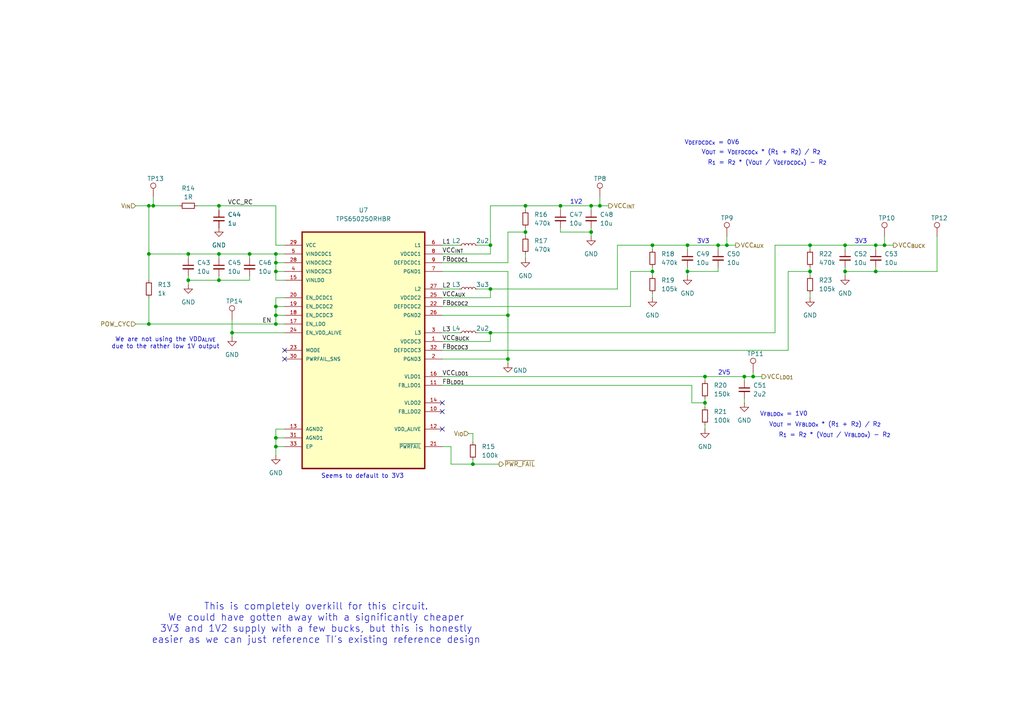
<source format=kicad_sch>
(kicad_sch
	(version 20231120)
	(generator "eeschema")
	(generator_version "8.0")
	(uuid "42dd74f1-1cc9-46a4-8896-d3c502f2748b")
	(paper "A4")
	(title_block
		(title "Power Controller")
		(date "2024-03-11")
		(rev "1")
		(company "https://github.com/Cuprum77")
	)
	(lib_symbols
		(symbol "Connector:TestPoint"
			(pin_numbers hide)
			(pin_names
				(offset 0.762) hide)
			(exclude_from_sim no)
			(in_bom yes)
			(on_board yes)
			(property "Reference" "TP"
				(at 0 6.858 0)
				(effects
					(font
						(size 1.27 1.27)
					)
				)
			)
			(property "Value" "TestPoint"
				(at 0 5.08 0)
				(effects
					(font
						(size 1.27 1.27)
					)
				)
			)
			(property "Footprint" ""
				(at 5.08 0 0)
				(effects
					(font
						(size 1.27 1.27)
					)
					(hide yes)
				)
			)
			(property "Datasheet" "~"
				(at 5.08 0 0)
				(effects
					(font
						(size 1.27 1.27)
					)
					(hide yes)
				)
			)
			(property "Description" "test point"
				(at 0 0 0)
				(effects
					(font
						(size 1.27 1.27)
					)
					(hide yes)
				)
			)
			(property "ki_keywords" "test point tp"
				(at 0 0 0)
				(effects
					(font
						(size 1.27 1.27)
					)
					(hide yes)
				)
			)
			(property "ki_fp_filters" "Pin* Test*"
				(at 0 0 0)
				(effects
					(font
						(size 1.27 1.27)
					)
					(hide yes)
				)
			)
			(symbol "TestPoint_0_1"
				(circle
					(center 0 3.302)
					(radius 0.762)
					(stroke
						(width 0)
						(type default)
					)
					(fill
						(type none)
					)
				)
			)
			(symbol "TestPoint_1_1"
				(pin passive line
					(at 0 0 90)
					(length 2.54)
					(name "1"
						(effects
							(font
								(size 1.27 1.27)
							)
						)
					)
					(number "1"
						(effects
							(font
								(size 1.27 1.27)
							)
						)
					)
				)
			)
		)
		(symbol "Cuprum:TPS650250RHBR"
			(pin_names
				(offset 1.016)
			)
			(exclude_from_sim no)
			(in_bom yes)
			(on_board yes)
			(property "Reference" "U5"
				(at 0 40.64 0)
				(effects
					(font
						(size 1.27 1.27)
					)
				)
			)
			(property "Value" "TPS650250RHBR"
				(at 0 38.1 0)
				(effects
					(font
						(size 1.27 1.27)
					)
				)
			)
			(property "Footprint" "KiCAD Library:IC_ADS125H01IRHBT"
				(at -0.508 -49.022 0)
				(effects
					(font
						(size 1.27 1.27)
					)
					(justify bottom)
					(hide yes)
				)
			)
			(property "Datasheet" ""
				(at 0 -7.62 0)
				(effects
					(font
						(size 1.27 1.27)
					)
					(hide yes)
				)
			)
			(property "Description" ""
				(at 0 -7.62 0)
				(effects
					(font
						(size 1.27 1.27)
					)
					(hide yes)
				)
			)
			(property "MF" "Texas Instruments"
				(at -0.508 -41.91 0)
				(effects
					(font
						(size 1.27 1.27)
					)
					(justify bottom)
					(hide yes)
				)
			)
			(property "Description_1" "\nConfigurable integrated power management (PMIC) with 3 DC/DC converters and 3 LDOs\n"
				(at -0.762 -44.704 0)
				(effects
					(font
						(size 1.27 1.27)
					)
					(justify bottom)
					(hide yes)
				)
			)
			(property "Package" "VQFN-32-32 Texas Instruments"
				(at -0.508 -39.624 0)
				(effects
					(font
						(size 1.27 1.27)
					)
					(justify bottom)
					(hide yes)
				)
			)
			(property "Price" "None"
				(at 0 0 0)
				(effects
					(font
						(size 1.27 1.27)
					)
					(justify bottom)
					(hide yes)
				)
			)
			(property "SnapEDA_Link" "https://www.snapeda.com/parts/TPS650250RHBR/Texas+Instruments/view-part/?ref=snap"
				(at 0 0 0)
				(effects
					(font
						(size 1.27 1.27)
					)
					(justify bottom)
					(hide yes)
				)
			)
			(property "MP" "TPS650250RHBR"
				(at 0 0 0)
				(effects
					(font
						(size 1.27 1.27)
					)
					(justify bottom)
					(hide yes)
				)
			)
			(property "Availability" "In Stock"
				(at 0 0 0)
				(effects
					(font
						(size 1.27 1.27)
					)
					(justify bottom)
					(hide yes)
				)
			)
			(property "Check_prices" "https://www.snapeda.com/parts/TPS650250RHBR/Texas+Instruments/view-part/?ref=eda"
				(at 0 0 0)
				(effects
					(font
						(size 1.27 1.27)
					)
					(justify bottom)
					(hide yes)
				)
			)
			(symbol "TPS650250RHBR_0_0"
				(rectangle
					(start -17.78 34.29)
					(end 17.78 -34.29)
					(stroke
						(width 0.41)
						(type default)
					)
					(fill
						(type background)
					)
				)
				(pin power_in line
					(at 22.86 2.54 180)
					(length 5.08)
					(name "VDCDC3"
						(effects
							(font
								(size 1.016 1.016)
							)
						)
					)
					(number "1"
						(effects
							(font
								(size 1.016 1.016)
							)
						)
					)
				)
				(pin input line
					(at 22.86 -17.78 180)
					(length 5.08)
					(name "FB_LDO2"
						(effects
							(font
								(size 1.016 1.016)
							)
						)
					)
					(number "10"
						(effects
							(font
								(size 1.016 1.016)
							)
						)
					)
				)
				(pin input line
					(at 22.86 -10.16 180)
					(length 5.08)
					(name "FB_LDO1"
						(effects
							(font
								(size 1.016 1.016)
							)
						)
					)
					(number "11"
						(effects
							(font
								(size 1.016 1.016)
							)
						)
					)
				)
				(pin output line
					(at 22.86 -22.86 180)
					(length 5.08)
					(name "VDD_ALIVE"
						(effects
							(font
								(size 1.016 1.016)
							)
						)
					)
					(number "12"
						(effects
							(font
								(size 1.016 1.016)
							)
						)
					)
				)
				(pin power_in line
					(at -22.86 -22.86 0)
					(length 5.08)
					(name "AGND2"
						(effects
							(font
								(size 1.016 1.016)
							)
						)
					)
					(number "13"
						(effects
							(font
								(size 1.016 1.016)
							)
						)
					)
				)
				(pin output line
					(at 22.86 -15.24 180)
					(length 5.08)
					(name "VLDO2"
						(effects
							(font
								(size 1.016 1.016)
							)
						)
					)
					(number "14"
						(effects
							(font
								(size 1.016 1.016)
							)
						)
					)
				)
				(pin input line
					(at -22.86 20.32 0)
					(length 5.08)
					(name "VINLDO"
						(effects
							(font
								(size 1.016 1.016)
							)
						)
					)
					(number "15"
						(effects
							(font
								(size 1.016 1.016)
							)
						)
					)
				)
				(pin output line
					(at 22.86 -7.62 180)
					(length 5.08)
					(name "VLDO1"
						(effects
							(font
								(size 1.016 1.016)
							)
						)
					)
					(number "16"
						(effects
							(font
								(size 1.016 1.016)
							)
						)
					)
				)
				(pin input line
					(at -22.86 7.62 0)
					(length 5.08)
					(name "EN_LDO"
						(effects
							(font
								(size 1.016 1.016)
							)
						)
					)
					(number "17"
						(effects
							(font
								(size 1.016 1.016)
							)
						)
					)
				)
				(pin input line
					(at -22.86 10.16 0)
					(length 5.08)
					(name "EN_DCDC3"
						(effects
							(font
								(size 1.016 1.016)
							)
						)
					)
					(number "18"
						(effects
							(font
								(size 1.016 1.016)
							)
						)
					)
				)
				(pin input line
					(at -22.86 12.7 0)
					(length 5.08)
					(name "EN_DCDC2"
						(effects
							(font
								(size 1.016 1.016)
							)
						)
					)
					(number "19"
						(effects
							(font
								(size 1.016 1.016)
							)
						)
					)
				)
				(pin power_in line
					(at 22.86 -2.54 180)
					(length 5.08)
					(name "PGND3"
						(effects
							(font
								(size 1.016 1.016)
							)
						)
					)
					(number "2"
						(effects
							(font
								(size 1.016 1.016)
							)
						)
					)
				)
				(pin input line
					(at -22.86 15.24 0)
					(length 5.08)
					(name "EN_DCDC1"
						(effects
							(font
								(size 1.016 1.016)
							)
						)
					)
					(number "20"
						(effects
							(font
								(size 1.016 1.016)
							)
						)
					)
				)
				(pin output line
					(at 22.86 -27.94 180)
					(length 5.08)
					(name "~{PWRFAIL}"
						(effects
							(font
								(size 1.016 1.016)
							)
						)
					)
					(number "21"
						(effects
							(font
								(size 1.016 1.016)
							)
						)
					)
				)
				(pin input line
					(at 22.86 12.7 180)
					(length 5.08)
					(name "DEFDCDC2"
						(effects
							(font
								(size 1.016 1.016)
							)
						)
					)
					(number "22"
						(effects
							(font
								(size 1.016 1.016)
							)
						)
					)
				)
				(pin input line
					(at -22.86 0 0)
					(length 5.08)
					(name "MODE"
						(effects
							(font
								(size 1.016 1.016)
							)
						)
					)
					(number "23"
						(effects
							(font
								(size 1.016 1.016)
							)
						)
					)
				)
				(pin input line
					(at -22.86 5.08 0)
					(length 5.08)
					(name "EN_VDD_ALIVE"
						(effects
							(font
								(size 1.016 1.016)
							)
						)
					)
					(number "24"
						(effects
							(font
								(size 1.016 1.016)
							)
						)
					)
				)
				(pin input line
					(at 22.86 15.24 180)
					(length 5.08)
					(name "VDCDC2"
						(effects
							(font
								(size 1.016 1.016)
							)
						)
					)
					(number "25"
						(effects
							(font
								(size 1.016 1.016)
							)
						)
					)
				)
				(pin power_in line
					(at 22.86 10.16 180)
					(length 5.08)
					(name "PGND2"
						(effects
							(font
								(size 1.016 1.016)
							)
						)
					)
					(number "26"
						(effects
							(font
								(size 1.016 1.016)
							)
						)
					)
				)
				(pin bidirectional line
					(at 22.86 17.78 180)
					(length 5.08)
					(name "L2"
						(effects
							(font
								(size 1.016 1.016)
							)
						)
					)
					(number "27"
						(effects
							(font
								(size 1.016 1.016)
							)
						)
					)
				)
				(pin input line
					(at -22.86 25.4 0)
					(length 5.08)
					(name "VINDCDC2"
						(effects
							(font
								(size 1.016 1.016)
							)
						)
					)
					(number "28"
						(effects
							(font
								(size 1.016 1.016)
							)
						)
					)
				)
				(pin power_in line
					(at -22.86 30.48 0)
					(length 5.08)
					(name "VCC"
						(effects
							(font
								(size 1.016 1.016)
							)
						)
					)
					(number "29"
						(effects
							(font
								(size 1.016 1.016)
							)
						)
					)
				)
				(pin bidirectional line
					(at 22.86 5.08 180)
					(length 5.08)
					(name "L3"
						(effects
							(font
								(size 1.016 1.016)
							)
						)
					)
					(number "3"
						(effects
							(font
								(size 1.016 1.016)
							)
						)
					)
				)
				(pin input line
					(at -22.86 -2.54 0)
					(length 5.08)
					(name "PWRFAIL_SNS"
						(effects
							(font
								(size 1.016 1.016)
							)
						)
					)
					(number "30"
						(effects
							(font
								(size 1.016 1.016)
							)
						)
					)
				)
				(pin power_in line
					(at -22.86 -25.4 0)
					(length 5.08)
					(name "AGND1"
						(effects
							(font
								(size 1.016 1.016)
							)
						)
					)
					(number "31"
						(effects
							(font
								(size 1.016 1.016)
							)
						)
					)
				)
				(pin input line
					(at 22.86 0 180)
					(length 5.08)
					(name "DEFDCDC3"
						(effects
							(font
								(size 1.016 1.016)
							)
						)
					)
					(number "32"
						(effects
							(font
								(size 1.016 1.016)
							)
						)
					)
				)
				(pin bidirectional line
					(at -22.86 -27.94 0)
					(length 5.08)
					(name "EP"
						(effects
							(font
								(size 1.016 1.016)
							)
						)
					)
					(number "33"
						(effects
							(font
								(size 1.016 1.016)
							)
						)
					)
				)
				(pin input line
					(at -22.86 22.86 0)
					(length 5.08)
					(name "VINDCDC3"
						(effects
							(font
								(size 1.016 1.016)
							)
						)
					)
					(number "4"
						(effects
							(font
								(size 1.016 1.016)
							)
						)
					)
				)
				(pin input line
					(at -22.86 27.94 0)
					(length 5.08)
					(name "VINDCDC1"
						(effects
							(font
								(size 1.016 1.016)
							)
						)
					)
					(number "5"
						(effects
							(font
								(size 1.016 1.016)
							)
						)
					)
				)
				(pin bidirectional line
					(at 22.86 30.48 180)
					(length 5.08)
					(name "L1"
						(effects
							(font
								(size 1.016 1.016)
							)
						)
					)
					(number "6"
						(effects
							(font
								(size 1.016 1.016)
							)
						)
					)
				)
				(pin power_in line
					(at 22.86 22.86 180)
					(length 5.08)
					(name "PGND1"
						(effects
							(font
								(size 1.016 1.016)
							)
						)
					)
					(number "7"
						(effects
							(font
								(size 1.016 1.016)
							)
						)
					)
				)
				(pin input line
					(at 22.86 27.94 180)
					(length 5.08)
					(name "VDCDC1"
						(effects
							(font
								(size 1.016 1.016)
							)
						)
					)
					(number "8"
						(effects
							(font
								(size 1.016 1.016)
							)
						)
					)
				)
				(pin input line
					(at 22.86 25.4 180)
					(length 5.08)
					(name "DEFDCDC1"
						(effects
							(font
								(size 1.016 1.016)
							)
						)
					)
					(number "9"
						(effects
							(font
								(size 1.016 1.016)
							)
						)
					)
				)
			)
			(symbol "TPS650250RHBR_1_0"
				(pin passive line
					(at -22.86 -27.94 0)
					(length 5.08) hide
					(name "EP"
						(effects
							(font
								(size 1.016 1.016)
							)
						)
					)
					(number "34"
						(effects
							(font
								(size 1.016 1.016)
							)
						)
					)
				)
				(pin passive line
					(at -22.86 -27.94 0)
					(length 5.08) hide
					(name "EP"
						(effects
							(font
								(size 1.016 1.016)
							)
						)
					)
					(number "35"
						(effects
							(font
								(size 1.016 1.016)
							)
						)
					)
				)
				(pin passive line
					(at -22.86 -27.94 0)
					(length 5.08) hide
					(name "EP"
						(effects
							(font
								(size 1.016 1.016)
							)
						)
					)
					(number "36"
						(effects
							(font
								(size 1.016 1.016)
							)
						)
					)
				)
				(pin passive line
					(at -22.86 -27.94 0)
					(length 5.08) hide
					(name "EP"
						(effects
							(font
								(size 1.016 1.016)
							)
						)
					)
					(number "37"
						(effects
							(font
								(size 1.016 1.016)
							)
						)
					)
				)
				(pin passive line
					(at -22.86 -27.94 0)
					(length 5.08) hide
					(name "EP"
						(effects
							(font
								(size 1.016 1.016)
							)
						)
					)
					(number "38"
						(effects
							(font
								(size 1.016 1.016)
							)
						)
					)
				)
			)
		)
		(symbol "Device:C_Small"
			(pin_numbers hide)
			(pin_names
				(offset 0.254) hide)
			(exclude_from_sim no)
			(in_bom yes)
			(on_board yes)
			(property "Reference" "C"
				(at 0.254 1.778 0)
				(effects
					(font
						(size 1.27 1.27)
					)
					(justify left)
				)
			)
			(property "Value" "C_Small"
				(at 0.254 -2.032 0)
				(effects
					(font
						(size 1.27 1.27)
					)
					(justify left)
				)
			)
			(property "Footprint" ""
				(at 0 0 0)
				(effects
					(font
						(size 1.27 1.27)
					)
					(hide yes)
				)
			)
			(property "Datasheet" "~"
				(at 0 0 0)
				(effects
					(font
						(size 1.27 1.27)
					)
					(hide yes)
				)
			)
			(property "Description" "Unpolarized capacitor, small symbol"
				(at 0 0 0)
				(effects
					(font
						(size 1.27 1.27)
					)
					(hide yes)
				)
			)
			(property "ki_keywords" "capacitor cap"
				(at 0 0 0)
				(effects
					(font
						(size 1.27 1.27)
					)
					(hide yes)
				)
			)
			(property "ki_fp_filters" "C_*"
				(at 0 0 0)
				(effects
					(font
						(size 1.27 1.27)
					)
					(hide yes)
				)
			)
			(symbol "C_Small_0_1"
				(polyline
					(pts
						(xy -1.524 -0.508) (xy 1.524 -0.508)
					)
					(stroke
						(width 0.3302)
						(type default)
					)
					(fill
						(type none)
					)
				)
				(polyline
					(pts
						(xy -1.524 0.508) (xy 1.524 0.508)
					)
					(stroke
						(width 0.3048)
						(type default)
					)
					(fill
						(type none)
					)
				)
			)
			(symbol "C_Small_1_1"
				(pin passive line
					(at 0 2.54 270)
					(length 2.032)
					(name "~"
						(effects
							(font
								(size 1.27 1.27)
							)
						)
					)
					(number "1"
						(effects
							(font
								(size 1.27 1.27)
							)
						)
					)
				)
				(pin passive line
					(at 0 -2.54 90)
					(length 2.032)
					(name "~"
						(effects
							(font
								(size 1.27 1.27)
							)
						)
					)
					(number "2"
						(effects
							(font
								(size 1.27 1.27)
							)
						)
					)
				)
			)
		)
		(symbol "Device:L_Small"
			(pin_numbers hide)
			(pin_names
				(offset 0.254) hide)
			(exclude_from_sim no)
			(in_bom yes)
			(on_board yes)
			(property "Reference" "L"
				(at 0.762 1.016 0)
				(effects
					(font
						(size 1.27 1.27)
					)
					(justify left)
				)
			)
			(property "Value" "L_Small"
				(at 0.762 -1.016 0)
				(effects
					(font
						(size 1.27 1.27)
					)
					(justify left)
				)
			)
			(property "Footprint" ""
				(at 0 0 0)
				(effects
					(font
						(size 1.27 1.27)
					)
					(hide yes)
				)
			)
			(property "Datasheet" "~"
				(at 0 0 0)
				(effects
					(font
						(size 1.27 1.27)
					)
					(hide yes)
				)
			)
			(property "Description" "Inductor, small symbol"
				(at 0 0 0)
				(effects
					(font
						(size 1.27 1.27)
					)
					(hide yes)
				)
			)
			(property "ki_keywords" "inductor choke coil reactor magnetic"
				(at 0 0 0)
				(effects
					(font
						(size 1.27 1.27)
					)
					(hide yes)
				)
			)
			(property "ki_fp_filters" "Choke_* *Coil* Inductor_* L_*"
				(at 0 0 0)
				(effects
					(font
						(size 1.27 1.27)
					)
					(hide yes)
				)
			)
			(symbol "L_Small_0_1"
				(arc
					(start 0 -2.032)
					(mid 0.5058 -1.524)
					(end 0 -1.016)
					(stroke
						(width 0)
						(type default)
					)
					(fill
						(type none)
					)
				)
				(arc
					(start 0 -1.016)
					(mid 0.5058 -0.508)
					(end 0 0)
					(stroke
						(width 0)
						(type default)
					)
					(fill
						(type none)
					)
				)
				(arc
					(start 0 0)
					(mid 0.5058 0.508)
					(end 0 1.016)
					(stroke
						(width 0)
						(type default)
					)
					(fill
						(type none)
					)
				)
				(arc
					(start 0 1.016)
					(mid 0.5058 1.524)
					(end 0 2.032)
					(stroke
						(width 0)
						(type default)
					)
					(fill
						(type none)
					)
				)
			)
			(symbol "L_Small_1_1"
				(pin passive line
					(at 0 2.54 270)
					(length 0.508)
					(name "~"
						(effects
							(font
								(size 1.27 1.27)
							)
						)
					)
					(number "1"
						(effects
							(font
								(size 1.27 1.27)
							)
						)
					)
				)
				(pin passive line
					(at 0 -2.54 90)
					(length 0.508)
					(name "~"
						(effects
							(font
								(size 1.27 1.27)
							)
						)
					)
					(number "2"
						(effects
							(font
								(size 1.27 1.27)
							)
						)
					)
				)
			)
		)
		(symbol "Device:R_Small"
			(pin_numbers hide)
			(pin_names
				(offset 0.254) hide)
			(exclude_from_sim no)
			(in_bom yes)
			(on_board yes)
			(property "Reference" "R"
				(at 0.762 0.508 0)
				(effects
					(font
						(size 1.27 1.27)
					)
					(justify left)
				)
			)
			(property "Value" "R_Small"
				(at 0.762 -1.016 0)
				(effects
					(font
						(size 1.27 1.27)
					)
					(justify left)
				)
			)
			(property "Footprint" ""
				(at 0 0 0)
				(effects
					(font
						(size 1.27 1.27)
					)
					(hide yes)
				)
			)
			(property "Datasheet" "~"
				(at 0 0 0)
				(effects
					(font
						(size 1.27 1.27)
					)
					(hide yes)
				)
			)
			(property "Description" "Resistor, small symbol"
				(at 0 0 0)
				(effects
					(font
						(size 1.27 1.27)
					)
					(hide yes)
				)
			)
			(property "ki_keywords" "R resistor"
				(at 0 0 0)
				(effects
					(font
						(size 1.27 1.27)
					)
					(hide yes)
				)
			)
			(property "ki_fp_filters" "R_*"
				(at 0 0 0)
				(effects
					(font
						(size 1.27 1.27)
					)
					(hide yes)
				)
			)
			(symbol "R_Small_0_1"
				(rectangle
					(start -0.762 1.778)
					(end 0.762 -1.778)
					(stroke
						(width 0.2032)
						(type default)
					)
					(fill
						(type none)
					)
				)
			)
			(symbol "R_Small_1_1"
				(pin passive line
					(at 0 2.54 270)
					(length 0.762)
					(name "~"
						(effects
							(font
								(size 1.27 1.27)
							)
						)
					)
					(number "1"
						(effects
							(font
								(size 1.27 1.27)
							)
						)
					)
				)
				(pin passive line
					(at 0 -2.54 90)
					(length 0.762)
					(name "~"
						(effects
							(font
								(size 1.27 1.27)
							)
						)
					)
					(number "2"
						(effects
							(font
								(size 1.27 1.27)
							)
						)
					)
				)
			)
		)
		(symbol "power:GND"
			(power)
			(pin_numbers hide)
			(pin_names
				(offset 0) hide)
			(exclude_from_sim no)
			(in_bom yes)
			(on_board yes)
			(property "Reference" "#PWR"
				(at 0 -6.35 0)
				(effects
					(font
						(size 1.27 1.27)
					)
					(hide yes)
				)
			)
			(property "Value" "GND"
				(at 0 -3.81 0)
				(effects
					(font
						(size 1.27 1.27)
					)
				)
			)
			(property "Footprint" ""
				(at 0 0 0)
				(effects
					(font
						(size 1.27 1.27)
					)
					(hide yes)
				)
			)
			(property "Datasheet" ""
				(at 0 0 0)
				(effects
					(font
						(size 1.27 1.27)
					)
					(hide yes)
				)
			)
			(property "Description" "Power symbol creates a global label with name \"GND\" , ground"
				(at 0 0 0)
				(effects
					(font
						(size 1.27 1.27)
					)
					(hide yes)
				)
			)
			(property "ki_keywords" "global power"
				(at 0 0 0)
				(effects
					(font
						(size 1.27 1.27)
					)
					(hide yes)
				)
			)
			(symbol "GND_0_1"
				(polyline
					(pts
						(xy 0 0) (xy 0 -1.27) (xy 1.27 -1.27) (xy 0 -2.54) (xy -1.27 -1.27) (xy 0 -1.27)
					)
					(stroke
						(width 0)
						(type default)
					)
					(fill
						(type none)
					)
				)
			)
			(symbol "GND_1_1"
				(pin power_in line
					(at 0 0 270)
					(length 0)
					(name "~"
						(effects
							(font
								(size 1.27 1.27)
							)
						)
					)
					(number "1"
						(effects
							(font
								(size 1.27 1.27)
							)
						)
					)
				)
			)
		)
	)
	(junction
		(at 234.95 71.12)
		(diameter 0)
		(color 0 0 0 0)
		(uuid "039cf108-e99d-4fec-a882-e38b0a1275da")
	)
	(junction
		(at 43.18 93.98)
		(diameter 0)
		(color 0 0 0 0)
		(uuid "07ea6f82-bb4f-4920-90c0-fc0a9cacdb07")
	)
	(junction
		(at 254 71.12)
		(diameter 0)
		(color 0 0 0 0)
		(uuid "086f942e-0fc2-4f1f-98e4-7bf546d8ad21")
	)
	(junction
		(at 44.45 59.69)
		(diameter 0)
		(color 0 0 0 0)
		(uuid "1025af41-33d3-46de-9452-37f677b778a5")
	)
	(junction
		(at 152.4 59.69)
		(diameter 0)
		(color 0 0 0 0)
		(uuid "11e592e9-26d1-444b-9b6d-0857ef004e0e")
	)
	(junction
		(at 256.54 71.12)
		(diameter 0)
		(color 0 0 0 0)
		(uuid "25b7ccae-563b-4e1c-823c-40ef69cf8f73")
	)
	(junction
		(at 43.18 59.69)
		(diameter 0)
		(color 0 0 0 0)
		(uuid "2646d953-e720-417f-b9b8-24c503c1a19f")
	)
	(junction
		(at 210.82 71.12)
		(diameter 0)
		(color 0 0 0 0)
		(uuid "299b3c96-09f7-49ef-a2ec-342d3388e868")
	)
	(junction
		(at 173.99 59.69)
		(diameter 0)
		(color 0 0 0 0)
		(uuid "2d6a3919-b83c-4732-a758-4cfc2003a2c5")
	)
	(junction
		(at 63.5 73.66)
		(diameter 0)
		(color 0 0 0 0)
		(uuid "2ec1ef21-412a-49d6-8c92-5c2b88caafe2")
	)
	(junction
		(at 80.01 73.66)
		(diameter 0)
		(color 0 0 0 0)
		(uuid "40310c81-2a2e-4728-b7e0-ea9fa8431635")
	)
	(junction
		(at 189.23 71.12)
		(diameter 0)
		(color 0 0 0 0)
		(uuid "49471c32-8c09-429e-b4f7-6168b6d91d3a")
	)
	(junction
		(at 215.9 109.22)
		(diameter 0)
		(color 0 0 0 0)
		(uuid "4aed8e02-72b0-4c41-a363-c862b2cd9ac5")
	)
	(junction
		(at 80.01 129.54)
		(diameter 0)
		(color 0 0 0 0)
		(uuid "4cfe9889-76ee-4dc9-964a-d9f586eb2bbd")
	)
	(junction
		(at 199.39 78.74)
		(diameter 0)
		(color 0 0 0 0)
		(uuid "50ec0f5d-69ff-46e7-b35b-a9b12d9735ec")
	)
	(junction
		(at 80.01 91.44)
		(diameter 0)
		(color 0 0 0 0)
		(uuid "5232309e-06bc-4a9b-b866-1b25bc25fffb")
	)
	(junction
		(at 142.24 71.12)
		(diameter 0)
		(color 0 0 0 0)
		(uuid "5a483dd8-ca8e-4e70-878b-d3df29c58d7c")
	)
	(junction
		(at 162.56 59.69)
		(diameter 0)
		(color 0 0 0 0)
		(uuid "5ea431a7-a763-4cb9-b950-5581170422c6")
	)
	(junction
		(at 80.01 88.9)
		(diameter 0)
		(color 0 0 0 0)
		(uuid "6cccbe70-a475-4364-bdb4-2e30d4e4359d")
	)
	(junction
		(at 63.5 59.69)
		(diameter 0)
		(color 0 0 0 0)
		(uuid "6ced2314-a480-425e-8b6c-0b0eaf4a8469")
	)
	(junction
		(at 204.47 116.84)
		(diameter 0)
		(color 0 0 0 0)
		(uuid "6da3142a-635f-4d67-aef2-c4f63e78255a")
	)
	(junction
		(at 189.23 78.74)
		(diameter 0)
		(color 0 0 0 0)
		(uuid "6e93ebc4-952b-44fb-8321-5d07eabaadfa")
	)
	(junction
		(at 254 78.74)
		(diameter 0)
		(color 0 0 0 0)
		(uuid "75faa190-bcef-42c1-b24f-5ab0994f1655")
	)
	(junction
		(at 171.45 67.31)
		(diameter 0)
		(color 0 0 0 0)
		(uuid "799f655d-7edf-40a0-a4f9-221f8b8faa47")
	)
	(junction
		(at 245.11 71.12)
		(diameter 0)
		(color 0 0 0 0)
		(uuid "7e2e9333-0b75-4ffb-a48a-0ce2d4f5c024")
	)
	(junction
		(at 137.16 134.62)
		(diameter 0)
		(color 0 0 0 0)
		(uuid "9266a0f1-2e36-4f0a-bedc-ac962c3ebf7d")
	)
	(junction
		(at 142.24 96.52)
		(diameter 0)
		(color 0 0 0 0)
		(uuid "973e1580-80dd-41ee-bd34-5dfcc1a54093")
	)
	(junction
		(at 147.32 104.14)
		(diameter 0)
		(color 0 0 0 0)
		(uuid "9b3ed46e-3ded-4ef3-84ba-2c75e5fd2e58")
	)
	(junction
		(at 142.24 83.82)
		(diameter 0)
		(color 0 0 0 0)
		(uuid "a29ddae1-b327-4e67-82df-2075d6a4a563")
	)
	(junction
		(at 63.5 81.28)
		(diameter 0)
		(color 0 0 0 0)
		(uuid "a78b989a-f77e-49ec-ab66-f964dba7dffc")
	)
	(junction
		(at 43.18 73.66)
		(diameter 0)
		(color 0 0 0 0)
		(uuid "a85dbb53-5aac-4e96-9e29-3f03fb302f30")
	)
	(junction
		(at 245.11 78.74)
		(diameter 0)
		(color 0 0 0 0)
		(uuid "ad592e7b-a75f-4528-8e91-61fe876abb1c")
	)
	(junction
		(at 54.61 81.28)
		(diameter 0)
		(color 0 0 0 0)
		(uuid "b060a964-39f3-443f-a9ad-c8cf1c8e798b")
	)
	(junction
		(at 80.01 78.74)
		(diameter 0)
		(color 0 0 0 0)
		(uuid "b2421fa3-3038-49ee-88b0-0046f8172baf")
	)
	(junction
		(at 72.39 73.66)
		(diameter 0)
		(color 0 0 0 0)
		(uuid "b599e78d-206d-4b96-8eca-ef77ea93751a")
	)
	(junction
		(at 218.44 109.22)
		(diameter 0)
		(color 0 0 0 0)
		(uuid "c252ffdd-7878-4525-9d11-0a7044a42f47")
	)
	(junction
		(at 171.45 59.69)
		(diameter 0)
		(color 0 0 0 0)
		(uuid "c8579fe5-8592-41ee-8770-cd6b90a89f00")
	)
	(junction
		(at 152.4 67.31)
		(diameter 0)
		(color 0 0 0 0)
		(uuid "ca055ba6-d43f-49aa-a5ed-d9f3202e27db")
	)
	(junction
		(at 67.31 96.52)
		(diameter 0)
		(color 0 0 0 0)
		(uuid "cc0eaca1-2ffe-4c48-be44-3a5f40810dd5")
	)
	(junction
		(at 234.95 78.74)
		(diameter 0)
		(color 0 0 0 0)
		(uuid "cca2bd08-9c15-45ec-9247-ef33fb2353d6")
	)
	(junction
		(at 80.01 127)
		(diameter 0)
		(color 0 0 0 0)
		(uuid "cf96ebd0-58c4-4bf7-be2c-46bb81d81f23")
	)
	(junction
		(at 80.01 93.98)
		(diameter 0)
		(color 0 0 0 0)
		(uuid "e2d2124c-a9ef-4a3f-ad1a-f2dd76fe52bb")
	)
	(junction
		(at 54.61 73.66)
		(diameter 0)
		(color 0 0 0 0)
		(uuid "e319cefb-2ebd-4725-97e2-932b09bc4dbe")
	)
	(junction
		(at 147.32 91.44)
		(diameter 0)
		(color 0 0 0 0)
		(uuid "e3bf0d2f-8086-4f79-b6d7-f3089c2e7ac3")
	)
	(junction
		(at 80.01 76.2)
		(diameter 0)
		(color 0 0 0 0)
		(uuid "e61fec0a-1584-40e3-94bc-fa1fbf3500a8")
	)
	(junction
		(at 204.47 109.22)
		(diameter 0)
		(color 0 0 0 0)
		(uuid "eac73bd9-a235-40a5-afc6-f6d02cfffc60")
	)
	(junction
		(at 208.28 71.12)
		(diameter 0)
		(color 0 0 0 0)
		(uuid "f176ed06-d99b-4fd1-acb9-a953fbdda027")
	)
	(junction
		(at 199.39 71.12)
		(diameter 0)
		(color 0 0 0 0)
		(uuid "f36b5561-d3f5-4703-a839-ad8ecc894531")
	)
	(no_connect
		(at 82.55 104.14)
		(uuid "10950b15-4a06-4ce9-bea2-5b184baf9b43")
	)
	(no_connect
		(at 82.55 101.6)
		(uuid "3518e266-827c-4fab-b6da-80e9fbc23beb")
	)
	(no_connect
		(at 128.27 116.84)
		(uuid "3d4bfc7a-aeef-4645-b950-70deec15a4cc")
	)
	(no_connect
		(at 128.27 124.46)
		(uuid "93927f16-5a3e-42ca-9636-8a2b6b149393")
	)
	(no_connect
		(at 128.27 119.38)
		(uuid "d915a3ee-9bd2-45ba-95fa-eb7e0ec2a044")
	)
	(wire
		(pts
			(xy 182.88 78.74) (xy 182.88 88.9)
		)
		(stroke
			(width 0)
			(type default)
		)
		(uuid "0006d07a-9b73-42a1-bc52-71f063f4166b")
	)
	(wire
		(pts
			(xy 128.27 111.76) (xy 200.66 111.76)
		)
		(stroke
			(width 0)
			(type default)
		)
		(uuid "00cef479-f003-4f55-ae00-926516202e9a")
	)
	(wire
		(pts
			(xy 189.23 71.12) (xy 199.39 71.12)
		)
		(stroke
			(width 0)
			(type default)
		)
		(uuid "05c0d27e-348e-4d06-b6ca-af17fe654626")
	)
	(wire
		(pts
			(xy 271.78 68.58) (xy 271.78 78.74)
		)
		(stroke
			(width 0)
			(type default)
		)
		(uuid "0785f84a-b114-4855-93d7-a65294cb99e9")
	)
	(wire
		(pts
			(xy 199.39 78.74) (xy 208.28 78.74)
		)
		(stroke
			(width 0)
			(type default)
		)
		(uuid "130d8bde-07fa-4237-9283-c142737afa6a")
	)
	(wire
		(pts
			(xy 54.61 80.01) (xy 54.61 81.28)
		)
		(stroke
			(width 0)
			(type default)
		)
		(uuid "173c2fdd-88c3-4897-9d7e-505134c52908")
	)
	(wire
		(pts
			(xy 138.43 83.82) (xy 142.24 83.82)
		)
		(stroke
			(width 0)
			(type default)
		)
		(uuid "180c1ebe-3dfa-4492-90b2-5d181281c623")
	)
	(wire
		(pts
			(xy 80.01 86.36) (xy 80.01 88.9)
		)
		(stroke
			(width 0)
			(type default)
		)
		(uuid "1960146a-b83f-4606-8ed1-3bbf4bc0418a")
	)
	(wire
		(pts
			(xy 162.56 67.31) (xy 171.45 67.31)
		)
		(stroke
			(width 0)
			(type default)
		)
		(uuid "1c946936-da25-41b9-ad45-0c9fcbe071bc")
	)
	(wire
		(pts
			(xy 63.5 73.66) (xy 72.39 73.66)
		)
		(stroke
			(width 0)
			(type default)
		)
		(uuid "1e26cc4c-8eb1-47ba-9a3c-a37bdd04b65c")
	)
	(wire
		(pts
			(xy 80.01 78.74) (xy 82.55 78.74)
		)
		(stroke
			(width 0)
			(type default)
		)
		(uuid "1e2c9800-a869-48cd-a6b6-f00086ea1356")
	)
	(wire
		(pts
			(xy 254 77.47) (xy 254 78.74)
		)
		(stroke
			(width 0)
			(type default)
		)
		(uuid "1e69e16c-38cd-4cb0-ad07-1d621752a48e")
	)
	(wire
		(pts
			(xy 128.27 91.44) (xy 147.32 91.44)
		)
		(stroke
			(width 0)
			(type default)
		)
		(uuid "1f4dc0f3-e688-4890-90fb-85d9d7a0da12")
	)
	(wire
		(pts
			(xy 218.44 109.22) (xy 220.98 109.22)
		)
		(stroke
			(width 0)
			(type default)
		)
		(uuid "20974811-0c5a-4664-8b67-3ecd2ffd9d06")
	)
	(wire
		(pts
			(xy 138.43 96.52) (xy 142.24 96.52)
		)
		(stroke
			(width 0)
			(type default)
		)
		(uuid "21140f35-088c-490c-96b0-d43e35d11315")
	)
	(wire
		(pts
			(xy 128.27 71.12) (xy 133.35 71.12)
		)
		(stroke
			(width 0)
			(type default)
		)
		(uuid "2195268d-57c9-4289-a680-de8618c30714")
	)
	(wire
		(pts
			(xy 152.4 67.31) (xy 152.4 68.58)
		)
		(stroke
			(width 0)
			(type default)
		)
		(uuid "224652b9-84bc-4478-aa18-b4f72e059c2c")
	)
	(wire
		(pts
			(xy 245.11 78.74) (xy 254 78.74)
		)
		(stroke
			(width 0)
			(type default)
		)
		(uuid "227df777-08af-4222-b62e-e11cad19ddf9")
	)
	(wire
		(pts
			(xy 80.01 93.98) (xy 82.55 93.98)
		)
		(stroke
			(width 0)
			(type default)
		)
		(uuid "2569e00e-054e-448f-957d-f3a71556b67d")
	)
	(wire
		(pts
			(xy 43.18 73.66) (xy 43.18 81.28)
		)
		(stroke
			(width 0)
			(type default)
		)
		(uuid "25a1e476-330f-42ef-9268-b670081a0699")
	)
	(wire
		(pts
			(xy 57.15 59.69) (xy 63.5 59.69)
		)
		(stroke
			(width 0)
			(type default)
		)
		(uuid "2878ab18-f256-4e34-bf8f-cdd5dbd3cf65")
	)
	(wire
		(pts
			(xy 215.9 109.22) (xy 218.44 109.22)
		)
		(stroke
			(width 0)
			(type default)
		)
		(uuid "370919ea-e0db-430c-ac35-d4b1d9f16e5a")
	)
	(wire
		(pts
			(xy 137.16 134.62) (xy 137.16 133.35)
		)
		(stroke
			(width 0)
			(type default)
		)
		(uuid "39517385-f5de-4bd0-b81c-1624cc45b6a4")
	)
	(wire
		(pts
			(xy 152.4 60.96) (xy 152.4 59.69)
		)
		(stroke
			(width 0)
			(type default)
		)
		(uuid "3ae749fe-6973-4e87-baf2-133a4a02c68d")
	)
	(wire
		(pts
			(xy 82.55 76.2) (xy 80.01 76.2)
		)
		(stroke
			(width 0)
			(type default)
		)
		(uuid "3c696142-42ce-4baa-86ba-b9d94720cee7")
	)
	(wire
		(pts
			(xy 256.54 68.58) (xy 256.54 71.12)
		)
		(stroke
			(width 0)
			(type default)
		)
		(uuid "3e0c928b-3745-4fcc-8e6f-6b73c43c18ea")
	)
	(wire
		(pts
			(xy 199.39 78.74) (xy 199.39 80.01)
		)
		(stroke
			(width 0)
			(type default)
		)
		(uuid "405385da-8135-4f5e-ab44-0d6d2784e3d1")
	)
	(wire
		(pts
			(xy 173.99 59.69) (xy 176.53 59.69)
		)
		(stroke
			(width 0)
			(type default)
		)
		(uuid "41af2de0-57fc-4996-b88d-aa99f8b3700a")
	)
	(wire
		(pts
			(xy 80.01 127) (xy 80.01 124.46)
		)
		(stroke
			(width 0)
			(type default)
		)
		(uuid "450eef5d-ebd0-43f5-9c0e-dd60891abc97")
	)
	(wire
		(pts
			(xy 254 71.12) (xy 254 72.39)
		)
		(stroke
			(width 0)
			(type default)
		)
		(uuid "497a3e2a-6a2a-4f92-a12e-8f06052a9fd3")
	)
	(wire
		(pts
			(xy 142.24 96.52) (xy 224.79 96.52)
		)
		(stroke
			(width 0)
			(type default)
		)
		(uuid "4da3cf83-181c-4b82-8824-a010425e5d66")
	)
	(wire
		(pts
			(xy 63.5 74.93) (xy 63.5 73.66)
		)
		(stroke
			(width 0)
			(type default)
		)
		(uuid "4dbd85de-9bf8-499c-827c-2d9d191af2ae")
	)
	(wire
		(pts
			(xy 128.27 86.36) (xy 142.24 86.36)
		)
		(stroke
			(width 0)
			(type default)
		)
		(uuid "4f509dc2-5161-4207-a667-8aeaf6f435a6")
	)
	(wire
		(pts
			(xy 142.24 83.82) (xy 179.07 83.82)
		)
		(stroke
			(width 0)
			(type default)
		)
		(uuid "4f88a40b-3fef-498a-8d28-c65920dbe251")
	)
	(wire
		(pts
			(xy 152.4 73.66) (xy 152.4 74.93)
		)
		(stroke
			(width 0)
			(type default)
		)
		(uuid "50befafa-ce9e-49cc-b181-3096cbef483c")
	)
	(wire
		(pts
			(xy 179.07 83.82) (xy 179.07 71.12)
		)
		(stroke
			(width 0)
			(type default)
		)
		(uuid "51120440-0e21-4f30-a523-1ca3195ada62")
	)
	(wire
		(pts
			(xy 189.23 85.09) (xy 189.23 86.36)
		)
		(stroke
			(width 0)
			(type default)
		)
		(uuid "518fdc5c-1f11-4903-836f-020edda20913")
	)
	(wire
		(pts
			(xy 43.18 86.36) (xy 43.18 93.98)
		)
		(stroke
			(width 0)
			(type default)
		)
		(uuid "54af0814-6216-4d68-aa2d-d73205787bc9")
	)
	(wire
		(pts
			(xy 171.45 59.69) (xy 171.45 60.96)
		)
		(stroke
			(width 0)
			(type default)
		)
		(uuid "54e3ea56-d754-45d3-9495-21f0074488b7")
	)
	(wire
		(pts
			(xy 142.24 86.36) (xy 142.24 83.82)
		)
		(stroke
			(width 0)
			(type default)
		)
		(uuid "55ba083c-d3ab-44eb-bec4-61adb46f18a9")
	)
	(wire
		(pts
			(xy 215.9 116.84) (xy 215.9 115.57)
		)
		(stroke
			(width 0)
			(type default)
		)
		(uuid "5711363e-bfed-4b82-b9ea-ee6fbdb6ddf0")
	)
	(wire
		(pts
			(xy 130.81 134.62) (xy 137.16 134.62)
		)
		(stroke
			(width 0)
			(type default)
		)
		(uuid "588d27bb-8dfb-4e9c-9b05-50086efb0e02")
	)
	(wire
		(pts
			(xy 128.27 78.74) (xy 147.32 78.74)
		)
		(stroke
			(width 0)
			(type default)
		)
		(uuid "58953bb4-a993-4483-90a6-2e313890721c")
	)
	(wire
		(pts
			(xy 128.27 104.14) (xy 147.32 104.14)
		)
		(stroke
			(width 0)
			(type default)
		)
		(uuid "5bd4f1d1-aa7c-4775-8377-84d7ca9d3e5a")
	)
	(wire
		(pts
			(xy 162.56 59.69) (xy 171.45 59.69)
		)
		(stroke
			(width 0)
			(type default)
		)
		(uuid "5cc8c45c-bfd9-486f-9b0d-0b4b0ef45ac6")
	)
	(wire
		(pts
			(xy 245.11 71.12) (xy 254 71.12)
		)
		(stroke
			(width 0)
			(type default)
		)
		(uuid "5e800ee8-e719-4b6e-9ba8-20cb8adc357b")
	)
	(wire
		(pts
			(xy 80.01 91.44) (xy 80.01 93.98)
		)
		(stroke
			(width 0)
			(type default)
		)
		(uuid "5ff39c7d-7b7d-4f1c-9491-ad8e03bf0c40")
	)
	(wire
		(pts
			(xy 215.9 110.49) (xy 215.9 109.22)
		)
		(stroke
			(width 0)
			(type default)
		)
		(uuid "613cb2f8-76a5-4b45-a446-cf51bec53dcf")
	)
	(wire
		(pts
			(xy 189.23 78.74) (xy 189.23 80.01)
		)
		(stroke
			(width 0)
			(type default)
		)
		(uuid "61e60e94-86ee-49f9-9b95-042d7ff1cd3c")
	)
	(wire
		(pts
			(xy 82.55 73.66) (xy 80.01 73.66)
		)
		(stroke
			(width 0)
			(type default)
		)
		(uuid "6220d984-b354-46b8-83c9-01ef14f3a34a")
	)
	(wire
		(pts
			(xy 63.5 59.69) (xy 63.5 60.96)
		)
		(stroke
			(width 0)
			(type default)
		)
		(uuid "69ba3786-b5f7-49b3-9776-efa1db9b2d48")
	)
	(wire
		(pts
			(xy 43.18 59.69) (xy 44.45 59.69)
		)
		(stroke
			(width 0)
			(type default)
		)
		(uuid "6b11da99-b982-4a6b-96d5-269d81d14ec7")
	)
	(wire
		(pts
			(xy 128.27 129.54) (xy 130.81 129.54)
		)
		(stroke
			(width 0)
			(type default)
		)
		(uuid "6da0e995-2af6-420f-90b0-dab302aee8ce")
	)
	(wire
		(pts
			(xy 254 71.12) (xy 256.54 71.12)
		)
		(stroke
			(width 0)
			(type default)
		)
		(uuid "6fcec135-da71-4792-a527-780729eb28f4")
	)
	(wire
		(pts
			(xy 39.37 93.98) (xy 43.18 93.98)
		)
		(stroke
			(width 0)
			(type default)
		)
		(uuid "6ffd0441-bb4f-4116-b5d6-56bb02d10672")
	)
	(wire
		(pts
			(xy 210.82 68.58) (xy 210.82 71.12)
		)
		(stroke
			(width 0)
			(type default)
		)
		(uuid "75772f61-83fa-4f25-85b8-a4d734680aa4")
	)
	(wire
		(pts
			(xy 82.55 81.28) (xy 80.01 81.28)
		)
		(stroke
			(width 0)
			(type default)
		)
		(uuid "75b3f619-e165-497a-a597-055d3f07ab6d")
	)
	(wire
		(pts
			(xy 147.32 76.2) (xy 147.32 67.31)
		)
		(stroke
			(width 0)
			(type default)
		)
		(uuid "75fa0c64-fc54-49e9-9a23-95f5b7b2e036")
	)
	(wire
		(pts
			(xy 173.99 57.15) (xy 173.99 59.69)
		)
		(stroke
			(width 0)
			(type default)
		)
		(uuid "77a99aef-9068-4c2c-a961-82409b1cde55")
	)
	(wire
		(pts
			(xy 80.01 127) (xy 82.55 127)
		)
		(stroke
			(width 0)
			(type default)
		)
		(uuid "7a9f7a34-e7b0-4c3f-98ad-32ee9373b9bc")
	)
	(wire
		(pts
			(xy 271.78 78.74) (xy 254 78.74)
		)
		(stroke
			(width 0)
			(type default)
		)
		(uuid "7cdc4df4-78fd-4f98-9d2c-abecf862d0e0")
	)
	(wire
		(pts
			(xy 199.39 71.12) (xy 199.39 72.39)
		)
		(stroke
			(width 0)
			(type default)
		)
		(uuid "7cec0e8e-43ee-4a2c-8d8c-81f11cda1fd7")
	)
	(wire
		(pts
			(xy 204.47 123.19) (xy 204.47 124.46)
		)
		(stroke
			(width 0)
			(type default)
		)
		(uuid "7d569ad2-e261-4897-ac80-4268f024d044")
	)
	(wire
		(pts
			(xy 72.39 73.66) (xy 72.39 74.93)
		)
		(stroke
			(width 0)
			(type default)
		)
		(uuid "7dbc57c2-7c7e-4d39-9069-b3c4fd93962e")
	)
	(wire
		(pts
			(xy 204.47 115.57) (xy 204.47 116.84)
		)
		(stroke
			(width 0)
			(type default)
		)
		(uuid "7f1269d0-aaf7-45d1-afcd-f44231e745ad")
	)
	(wire
		(pts
			(xy 234.95 72.39) (xy 234.95 71.12)
		)
		(stroke
			(width 0)
			(type default)
		)
		(uuid "80c3a022-3500-47b6-b80e-21d124c70f13")
	)
	(wire
		(pts
			(xy 142.24 73.66) (xy 142.24 71.12)
		)
		(stroke
			(width 0)
			(type default)
		)
		(uuid "810ee216-47a4-4d84-9be4-2bca3cc657c3")
	)
	(wire
		(pts
			(xy 54.61 81.28) (xy 63.5 81.28)
		)
		(stroke
			(width 0)
			(type default)
		)
		(uuid "81fed4e0-0e68-48ef-9111-08e24978775b")
	)
	(wire
		(pts
			(xy 72.39 73.66) (xy 80.01 73.66)
		)
		(stroke
			(width 0)
			(type default)
		)
		(uuid "8309fc4e-4ee5-4c13-9619-eb715459db28")
	)
	(wire
		(pts
			(xy 147.32 78.74) (xy 147.32 91.44)
		)
		(stroke
			(width 0)
			(type default)
		)
		(uuid "83cd6607-3ada-412c-9c4c-34413a11a9d9")
	)
	(wire
		(pts
			(xy 138.43 71.12) (xy 142.24 71.12)
		)
		(stroke
			(width 0)
			(type default)
		)
		(uuid "854f4592-f989-4eeb-9c6c-164560167da3")
	)
	(wire
		(pts
			(xy 147.32 104.14) (xy 147.32 105.41)
		)
		(stroke
			(width 0)
			(type default)
		)
		(uuid "8668fb1a-2119-48b3-b81e-0f76fa28bff8")
	)
	(wire
		(pts
			(xy 199.39 77.47) (xy 199.39 78.74)
		)
		(stroke
			(width 0)
			(type default)
		)
		(uuid "874b00b5-be60-41e6-9b57-f496aec7b0db")
	)
	(wire
		(pts
			(xy 128.27 83.82) (xy 133.35 83.82)
		)
		(stroke
			(width 0)
			(type default)
		)
		(uuid "880f1258-c289-4f64-bb0f-ff743b19043f")
	)
	(wire
		(pts
			(xy 189.23 72.39) (xy 189.23 71.12)
		)
		(stroke
			(width 0)
			(type default)
		)
		(uuid "8a2ef4db-cdcd-4421-8ae9-c1dae0704b8a")
	)
	(wire
		(pts
			(xy 152.4 59.69) (xy 162.56 59.69)
		)
		(stroke
			(width 0)
			(type default)
		)
		(uuid "8b6871b2-ced8-464f-a87a-6ffd9de0e666")
	)
	(wire
		(pts
			(xy 44.45 59.69) (xy 52.07 59.69)
		)
		(stroke
			(width 0)
			(type default)
		)
		(uuid "8f29a00d-f15c-4249-a84a-6afa5bda684b")
	)
	(wire
		(pts
			(xy 245.11 71.12) (xy 245.11 72.39)
		)
		(stroke
			(width 0)
			(type default)
		)
		(uuid "8f87298b-b435-4024-b25b-bf1b4feeafeb")
	)
	(wire
		(pts
			(xy 128.27 101.6) (xy 228.6 101.6)
		)
		(stroke
			(width 0)
			(type default)
		)
		(uuid "9129863e-7ab7-409c-ab1b-889fb97e7fd3")
	)
	(wire
		(pts
			(xy 67.31 97.79) (xy 67.31 96.52)
		)
		(stroke
			(width 0)
			(type default)
		)
		(uuid "932cda99-3dce-4b0c-96ac-a52a41e04357")
	)
	(wire
		(pts
			(xy 128.27 88.9) (xy 182.88 88.9)
		)
		(stroke
			(width 0)
			(type default)
		)
		(uuid "9588e99d-e535-48f4-8f94-8ca8c7334c34")
	)
	(wire
		(pts
			(xy 224.79 96.52) (xy 224.79 71.12)
		)
		(stroke
			(width 0)
			(type default)
		)
		(uuid "964c00c0-eb68-4f5e-ae14-13d67c1c0dbf")
	)
	(wire
		(pts
			(xy 137.16 125.73) (xy 137.16 128.27)
		)
		(stroke
			(width 0)
			(type default)
		)
		(uuid "975d8dff-de01-42fa-9f60-9f032e8372bd")
	)
	(wire
		(pts
			(xy 80.01 73.66) (xy 80.01 76.2)
		)
		(stroke
			(width 0)
			(type default)
		)
		(uuid "9f3c69b0-d631-475d-8f4f-d89458960db0")
	)
	(wire
		(pts
			(xy 137.16 134.62) (xy 144.78 134.62)
		)
		(stroke
			(width 0)
			(type default)
		)
		(uuid "a1f5924b-5faa-4e22-812b-c5da27e60716")
	)
	(wire
		(pts
			(xy 54.61 73.66) (xy 54.61 74.93)
		)
		(stroke
			(width 0)
			(type default)
		)
		(uuid "a3856731-1371-40ff-bf86-9f8bb7b6d195")
	)
	(wire
		(pts
			(xy 39.37 59.69) (xy 43.18 59.69)
		)
		(stroke
			(width 0)
			(type default)
		)
		(uuid "a3917e78-e511-489d-952a-ae29971fd700")
	)
	(wire
		(pts
			(xy 128.27 76.2) (xy 147.32 76.2)
		)
		(stroke
			(width 0)
			(type default)
		)
		(uuid "a465d960-50e0-4c15-bc1b-e7aff86e07ca")
	)
	(wire
		(pts
			(xy 130.81 129.54) (xy 130.81 134.62)
		)
		(stroke
			(width 0)
			(type default)
		)
		(uuid "a59a5c5f-dbaf-44bc-a202-2e20e09d5ad4")
	)
	(wire
		(pts
			(xy 63.5 80.01) (xy 63.5 81.28)
		)
		(stroke
			(width 0)
			(type default)
		)
		(uuid "a5a5c60c-445c-4d6b-9d9d-469599eeae12")
	)
	(wire
		(pts
			(xy 171.45 59.69) (xy 173.99 59.69)
		)
		(stroke
			(width 0)
			(type default)
		)
		(uuid "a6772b70-8d0f-40b5-b7a8-736ddee164ff")
	)
	(wire
		(pts
			(xy 43.18 73.66) (xy 54.61 73.66)
		)
		(stroke
			(width 0)
			(type default)
		)
		(uuid "a710b0a0-9997-4c0c-bc53-94cf838d6e82")
	)
	(wire
		(pts
			(xy 82.55 91.44) (xy 80.01 91.44)
		)
		(stroke
			(width 0)
			(type default)
		)
		(uuid "a8983300-a02a-485c-a883-60dcc279d1e5")
	)
	(wire
		(pts
			(xy 80.01 76.2) (xy 80.01 78.74)
		)
		(stroke
			(width 0)
			(type default)
		)
		(uuid "a987868b-eb61-473b-acda-3a9b8bd8cae2")
	)
	(wire
		(pts
			(xy 182.88 78.74) (xy 189.23 78.74)
		)
		(stroke
			(width 0)
			(type default)
		)
		(uuid "aa6be35f-f431-48e5-b6c6-b5a393dc4686")
	)
	(wire
		(pts
			(xy 82.55 71.12) (xy 80.01 71.12)
		)
		(stroke
			(width 0)
			(type default)
		)
		(uuid "af4121b4-e753-4349-9bac-6bd36f868f97")
	)
	(wire
		(pts
			(xy 147.32 91.44) (xy 147.32 104.14)
		)
		(stroke
			(width 0)
			(type default)
		)
		(uuid "b0189a5e-2e29-46dd-802b-2e0d25700795")
	)
	(wire
		(pts
			(xy 72.39 80.01) (xy 72.39 81.28)
		)
		(stroke
			(width 0)
			(type default)
		)
		(uuid "b1579148-cde3-4013-b02f-3641e79db84e")
	)
	(wire
		(pts
			(xy 245.11 77.47) (xy 245.11 78.74)
		)
		(stroke
			(width 0)
			(type default)
		)
		(uuid "b2559d7b-a6e6-495f-b013-7b3e9fd8b421")
	)
	(wire
		(pts
			(xy 80.01 124.46) (xy 82.55 124.46)
		)
		(stroke
			(width 0)
			(type default)
		)
		(uuid "b30ab007-c168-4097-891e-5cbd0be1ccbb")
	)
	(wire
		(pts
			(xy 204.47 116.84) (xy 204.47 118.11)
		)
		(stroke
			(width 0)
			(type default)
		)
		(uuid "b3b1fd9c-0bfe-43b4-b78d-26b4eb8a7652")
	)
	(wire
		(pts
			(xy 44.45 57.15) (xy 44.45 59.69)
		)
		(stroke
			(width 0)
			(type default)
		)
		(uuid "b4546bb7-0fd4-4a9b-8af9-071bf2243371")
	)
	(wire
		(pts
			(xy 54.61 81.28) (xy 54.61 82.55)
		)
		(stroke
			(width 0)
			(type default)
		)
		(uuid "b53293d5-d58e-4004-adfe-07d145ee56af")
	)
	(wire
		(pts
			(xy 179.07 71.12) (xy 189.23 71.12)
		)
		(stroke
			(width 0)
			(type default)
		)
		(uuid "b55339d9-128c-4ff8-a149-55ee4f70a326")
	)
	(wire
		(pts
			(xy 54.61 73.66) (xy 63.5 73.66)
		)
		(stroke
			(width 0)
			(type default)
		)
		(uuid "b740c9ce-7c19-49fb-a208-358d0dfd0749")
	)
	(wire
		(pts
			(xy 67.31 92.71) (xy 67.31 96.52)
		)
		(stroke
			(width 0)
			(type default)
		)
		(uuid "b7c63105-fbc5-4f15-bcda-11e65cbd4ec7")
	)
	(wire
		(pts
			(xy 63.5 81.28) (xy 72.39 81.28)
		)
		(stroke
			(width 0)
			(type default)
		)
		(uuid "b82e8baa-dec4-4e3d-a3cb-05eb8ab3084a")
	)
	(wire
		(pts
			(xy 224.79 71.12) (xy 234.95 71.12)
		)
		(stroke
			(width 0)
			(type default)
		)
		(uuid "b8eb0af4-63ee-4290-82f5-300f6a846907")
	)
	(wire
		(pts
			(xy 80.01 71.12) (xy 80.01 59.69)
		)
		(stroke
			(width 0)
			(type default)
		)
		(uuid "c0905995-d6ae-4404-ae2e-1cb1d8582814")
	)
	(wire
		(pts
			(xy 80.01 129.54) (xy 80.01 127)
		)
		(stroke
			(width 0)
			(type default)
		)
		(uuid "c137d69b-cd43-44b6-a131-65c8a987e093")
	)
	(wire
		(pts
			(xy 142.24 59.69) (xy 152.4 59.69)
		)
		(stroke
			(width 0)
			(type default)
		)
		(uuid "c1e13e73-3c70-4ff3-8e6f-c4e2e999f74c")
	)
	(wire
		(pts
			(xy 208.28 77.47) (xy 208.28 78.74)
		)
		(stroke
			(width 0)
			(type default)
		)
		(uuid "c2cc394a-bb6b-4dff-a450-18a3634ff5f3")
	)
	(wire
		(pts
			(xy 82.55 88.9) (xy 80.01 88.9)
		)
		(stroke
			(width 0)
			(type default)
		)
		(uuid "c50fd3ba-e3c0-4bf7-b066-749516d39874")
	)
	(wire
		(pts
			(xy 208.28 71.12) (xy 208.28 72.39)
		)
		(stroke
			(width 0)
			(type default)
		)
		(uuid "c6c86d84-40e7-482a-a690-c72fb36cee29")
	)
	(wire
		(pts
			(xy 204.47 116.84) (xy 200.66 116.84)
		)
		(stroke
			(width 0)
			(type default)
		)
		(uuid "cd7b0e4d-790d-42fb-b99b-d6f4ca1f30fc")
	)
	(wire
		(pts
			(xy 204.47 109.22) (xy 204.47 110.49)
		)
		(stroke
			(width 0)
			(type default)
		)
		(uuid "ce898128-9ad2-423f-970a-5321f1c6e05a")
	)
	(wire
		(pts
			(xy 128.27 109.22) (xy 204.47 109.22)
		)
		(stroke
			(width 0)
			(type default)
		)
		(uuid "d01cdbaf-7542-48e2-95c3-824db99f3e5c")
	)
	(wire
		(pts
			(xy 208.28 71.12) (xy 210.82 71.12)
		)
		(stroke
			(width 0)
			(type default)
		)
		(uuid "d0cecdf4-05f5-46db-89de-5d03e65ad968")
	)
	(wire
		(pts
			(xy 234.95 71.12) (xy 245.11 71.12)
		)
		(stroke
			(width 0)
			(type default)
		)
		(uuid "d121d10f-d471-408c-8ede-095f0cdc61e8")
	)
	(wire
		(pts
			(xy 199.39 71.12) (xy 208.28 71.12)
		)
		(stroke
			(width 0)
			(type default)
		)
		(uuid "d1733469-8be9-41dc-a2bc-1ceecd3e82a4")
	)
	(wire
		(pts
			(xy 147.32 67.31) (xy 152.4 67.31)
		)
		(stroke
			(width 0)
			(type default)
		)
		(uuid "d49e8122-0bb1-4fd9-a4e8-328c7df09f77")
	)
	(wire
		(pts
			(xy 234.95 78.74) (xy 234.95 80.01)
		)
		(stroke
			(width 0)
			(type default)
		)
		(uuid "d4db7ebe-440c-49d1-934a-1743f642e730")
	)
	(wire
		(pts
			(xy 162.56 66.04) (xy 162.56 67.31)
		)
		(stroke
			(width 0)
			(type default)
		)
		(uuid "d4dfc4fb-ab85-43f4-be93-11d7c241aae0")
	)
	(wire
		(pts
			(xy 171.45 67.31) (xy 171.45 68.58)
		)
		(stroke
			(width 0)
			(type default)
		)
		(uuid "d6808652-c6bb-4e88-933c-4c98acaf8ce7")
	)
	(wire
		(pts
			(xy 43.18 93.98) (xy 80.01 93.98)
		)
		(stroke
			(width 0)
			(type default)
		)
		(uuid "d690266a-d7ab-40a5-ac8d-103a4418dde9")
	)
	(wire
		(pts
			(xy 218.44 107.95) (xy 218.44 109.22)
		)
		(stroke
			(width 0)
			(type default)
		)
		(uuid "d695a346-fd93-4b47-86e2-76b9fc6f536e")
	)
	(wire
		(pts
			(xy 67.31 96.52) (xy 82.55 96.52)
		)
		(stroke
			(width 0)
			(type default)
		)
		(uuid "d8136333-1d4d-4c9f-b452-3c0132b17a07")
	)
	(wire
		(pts
			(xy 162.56 59.69) (xy 162.56 60.96)
		)
		(stroke
			(width 0)
			(type default)
		)
		(uuid "d96541fa-53dd-4ca7-bf84-dd16837c7b17")
	)
	(wire
		(pts
			(xy 43.18 59.69) (xy 43.18 73.66)
		)
		(stroke
			(width 0)
			(type default)
		)
		(uuid "d97a3844-3fb1-41fb-ba73-3f6327ed879f")
	)
	(wire
		(pts
			(xy 245.11 78.74) (xy 245.11 80.01)
		)
		(stroke
			(width 0)
			(type default)
		)
		(uuid "d9a3abaf-266a-4f4f-8605-4d66cacb0cb7")
	)
	(wire
		(pts
			(xy 82.55 86.36) (xy 80.01 86.36)
		)
		(stroke
			(width 0)
			(type default)
		)
		(uuid "da99da2a-fba4-4d3a-aa68-78cc565bf8f3")
	)
	(wire
		(pts
			(xy 128.27 96.52) (xy 133.35 96.52)
		)
		(stroke
			(width 0)
			(type default)
		)
		(uuid "daad8ec8-41ef-41eb-8067-3850b1f4d363")
	)
	(wire
		(pts
			(xy 128.27 73.66) (xy 142.24 73.66)
		)
		(stroke
			(width 0)
			(type default)
		)
		(uuid "dda27d6e-d9bb-4605-8c7c-7cb6375ceb8e")
	)
	(wire
		(pts
			(xy 80.01 88.9) (xy 80.01 91.44)
		)
		(stroke
			(width 0)
			(type default)
		)
		(uuid "de6e6eed-93a5-4319-9469-26d9c05472cd")
	)
	(wire
		(pts
			(xy 256.54 71.12) (xy 259.08 71.12)
		)
		(stroke
			(width 0)
			(type default)
		)
		(uuid "ded0abd9-953a-461b-b881-543950fc16e1")
	)
	(wire
		(pts
			(xy 142.24 99.06) (xy 142.24 96.52)
		)
		(stroke
			(width 0)
			(type default)
		)
		(uuid "def8e153-4ed0-4bd3-8f79-a3a2ed55bc3d")
	)
	(wire
		(pts
			(xy 189.23 77.47) (xy 189.23 78.74)
		)
		(stroke
			(width 0)
			(type default)
		)
		(uuid "e0e650e3-9519-470a-9d07-a41f6f9fb6f0")
	)
	(wire
		(pts
			(xy 228.6 78.74) (xy 234.95 78.74)
		)
		(stroke
			(width 0)
			(type default)
		)
		(uuid "e1f57d35-58cb-454c-9447-9cf13818e85c")
	)
	(wire
		(pts
			(xy 80.01 129.54) (xy 82.55 129.54)
		)
		(stroke
			(width 0)
			(type default)
		)
		(uuid "e324ce67-4dac-4886-a2bf-6a217e53022b")
	)
	(wire
		(pts
			(xy 200.66 111.76) (xy 200.66 116.84)
		)
		(stroke
			(width 0)
			(type default)
		)
		(uuid "e38c3cdc-8ea3-4a48-bc16-310c45c6df35")
	)
	(wire
		(pts
			(xy 210.82 71.12) (xy 213.36 71.12)
		)
		(stroke
			(width 0)
			(type default)
		)
		(uuid "e4ddb68b-0c05-4a55-8971-2a99e1e54548")
	)
	(wire
		(pts
			(xy 171.45 66.04) (xy 171.45 67.31)
		)
		(stroke
			(width 0)
			(type default)
		)
		(uuid "e8e2266c-3fce-4fcf-a2ac-df2bb8f0aa7c")
	)
	(wire
		(pts
			(xy 80.01 81.28) (xy 80.01 78.74)
		)
		(stroke
			(width 0)
			(type default)
		)
		(uuid "eabcd3b2-8925-4202-880e-9ffa4e1974eb")
	)
	(wire
		(pts
			(xy 135.89 125.73) (xy 137.16 125.73)
		)
		(stroke
			(width 0)
			(type default)
		)
		(uuid "ebd3af31-dab7-48af-a2c7-f379c10ee213")
	)
	(wire
		(pts
			(xy 234.95 77.47) (xy 234.95 78.74)
		)
		(stroke
			(width 0)
			(type default)
		)
		(uuid "f2b099ae-6d28-4100-9e2f-71024f15cb70")
	)
	(wire
		(pts
			(xy 142.24 71.12) (xy 142.24 59.69)
		)
		(stroke
			(width 0)
			(type default)
		)
		(uuid "f2c7fba5-3f83-4361-aa53-1e63ad3ffdf6")
	)
	(wire
		(pts
			(xy 63.5 59.69) (xy 80.01 59.69)
		)
		(stroke
			(width 0)
			(type default)
		)
		(uuid "f3d7faff-d5ef-48fa-b0af-3c8df961b439")
	)
	(wire
		(pts
			(xy 152.4 66.04) (xy 152.4 67.31)
		)
		(stroke
			(width 0)
			(type default)
		)
		(uuid "f5808cac-ffb5-4a17-b30e-8b63ba6db5d5")
	)
	(wire
		(pts
			(xy 80.01 132.08) (xy 80.01 129.54)
		)
		(stroke
			(width 0)
			(type default)
		)
		(uuid "f7eb2776-a9a6-488d-85cb-07c3b1025f95")
	)
	(wire
		(pts
			(xy 204.47 109.22) (xy 215.9 109.22)
		)
		(stroke
			(width 0)
			(type default)
		)
		(uuid "fb480ad6-4ac5-4b9e-a853-660a0615eacc")
	)
	(wire
		(pts
			(xy 128.27 99.06) (xy 142.24 99.06)
		)
		(stroke
			(width 0)
			(type default)
		)
		(uuid "fc8f3b7b-ca56-43be-aa3e-03bd0b9dc244")
	)
	(wire
		(pts
			(xy 228.6 78.74) (xy 228.6 101.6)
		)
		(stroke
			(width 0)
			(type default)
		)
		(uuid "fe7f03f4-910e-4758-b427-cefe3d0a64d2")
	)
	(wire
		(pts
			(xy 234.95 85.09) (xy 234.95 86.36)
		)
		(stroke
			(width 0)
			(type default)
		)
		(uuid "fe864e0e-e33f-47f4-9346-1953f7a26727")
	)
	(text "V_{DEFDCDC_{x}} = 0V6"
		(exclude_from_sim no)
		(at 206.502 41.402 0)
		(effects
			(font
				(size 1.27 1.27)
			)
		)
		(uuid "0ed733f8-e1dd-4775-bc00-a2b09b0a8c19")
	)
	(text "Seems to default to 3V3"
		(exclude_from_sim no)
		(at 105.156 138.176 0)
		(effects
			(font
				(size 1.27 1.27)
			)
		)
		(uuid "22c794a6-2bfa-4abe-a95e-3364eb1cba0e")
	)
	(text "R_{1} = R_{2} * (V_{OUT} / V_{DEFDCDC_{x}}) - R_{2}"
		(exclude_from_sim no)
		(at 222.504 47.244 0)
		(effects
			(font
				(size 1.27 1.27)
			)
		)
		(uuid "287a0987-a2c4-4b55-9d32-defce3f546c3")
	)
	(text "3V3\n"
		(exclude_from_sim no)
		(at 249.682 70.104 0)
		(effects
			(font
				(size 1.27 1.27)
			)
		)
		(uuid "3d35dcec-8029-49d5-a2a3-54dc925f9c2e")
	)
	(text "2V5"
		(exclude_from_sim no)
		(at 210.058 108.204 0)
		(effects
			(font
				(size 1.27 1.27)
			)
		)
		(uuid "47f6d3bb-742e-4f6c-933e-ec6e6696af62")
	)
	(text "V_{FBLDO_{x}} = 1V0"
		(exclude_from_sim no)
		(at 227.33 120.142 0)
		(effects
			(font
				(size 1.27 1.27)
			)
		)
		(uuid "4d67904e-e6c0-41cf-a7ea-4f84f1609ee7")
	)
	(text "V_{OUT} = V_{FBLDO_{x}} * (R_{1} + R_{2}) / R_{2}"
		(exclude_from_sim no)
		(at 239.268 123.19 0)
		(effects
			(font
				(size 1.27 1.27)
			)
		)
		(uuid "61127f28-0813-4be5-926f-9b32e3eaecbb")
	)
	(text "This is completely overkill for this circuit.\nWe could have gotten away with a significantly cheaper\n3V3 and 1V2 supply with a few bucks, but this is honestly\neasier as we can just reference TI's existing reference design\n"
		(exclude_from_sim no)
		(at 91.694 180.848 0)
		(effects
			(font
				(size 2 2)
			)
		)
		(uuid "67041d15-4dc0-4721-9d95-a50745773227")
	)
	(text "R_{1} = R_{2} * (V_{OUT} / V_{FBLDO_{x}}) - R_{2}"
		(exclude_from_sim no)
		(at 242.062 126.238 0)
		(effects
			(font
				(size 1.27 1.27)
			)
		)
		(uuid "7fc6e840-758a-4c34-9743-326a671f16ce")
	)
	(text "V_{OUT} = V_{DEFDCDCx} * (R_{1} + R_{2}) / R_{2}"
		(exclude_from_sim no)
		(at 220.726 44.196 0)
		(effects
			(font
				(size 1.27 1.27)
			)
		)
		(uuid "b288892e-d8f0-4b42-bf00-290e4db9f084")
	)
	(text "We are not using the VDD_{ALIVE}\ndue to the rather low 1V output"
		(exclude_from_sim no)
		(at 48.006 99.568 0)
		(effects
			(font
				(size 1.27 1.27)
			)
		)
		(uuid "b669c784-f36f-48c5-be1c-c29e801b22b3")
	)
	(text "3V3"
		(exclude_from_sim no)
		(at 203.962 70.104 0)
		(effects
			(font
				(size 1.27 1.27)
			)
		)
		(uuid "d9eeeca7-12a2-478b-9f4f-b86a6f1683c8")
	)
	(text "1V2"
		(exclude_from_sim no)
		(at 167.132 58.674 0)
		(effects
			(font
				(size 1.27 1.27)
			)
		)
		(uuid "fb2b1698-3ad9-45b1-bf57-b6931f75a89f")
	)
	(label "VCC_{BUCK}"
		(at 128.27 99.06 0)
		(fields_autoplaced yes)
		(effects
			(font
				(size 1.27 1.27)
			)
			(justify left bottom)
		)
		(uuid "21e94223-8342-4fc6-999e-e2ca638f30f0")
	)
	(label "L1"
		(at 128.27 71.12 0)
		(fields_autoplaced yes)
		(effects
			(font
				(size 1.27 1.27)
			)
			(justify left bottom)
		)
		(uuid "3920082d-ae05-4f07-9e90-26616d6f7a14")
	)
	(label "FB_{DCDC_{2}}"
		(at 128.27 88.9 0)
		(fields_autoplaced yes)
		(effects
			(font
				(size 1.27 1.27)
			)
			(justify left bottom)
		)
		(uuid "4beeaa2d-5206-4240-b060-7326433143c9")
	)
	(label "L2"
		(at 128.27 83.82 0)
		(fields_autoplaced yes)
		(effects
			(font
				(size 1.27 1.27)
			)
			(justify left bottom)
		)
		(uuid "52b39376-6127-41b2-a6fa-901b13d513ef")
	)
	(label "VCC_{INT}"
		(at 128.27 73.66 0)
		(fields_autoplaced yes)
		(effects
			(font
				(size 1.27 1.27)
			)
			(justify left bottom)
		)
		(uuid "58371c46-9532-4f8b-a51c-8aa3dd815289")
	)
	(label "FB_{DCDC_{1}}"
		(at 128.27 76.2 0)
		(fields_autoplaced yes)
		(effects
			(font
				(size 1.27 1.27)
			)
			(justify left bottom)
		)
		(uuid "63daa39c-32e1-4f8f-a5f1-8c5225929f03")
	)
	(label "VCC_{LDO1}"
		(at 128.27 109.22 0)
		(fields_autoplaced yes)
		(effects
			(font
				(size 1.27 1.27)
			)
			(justify left bottom)
		)
		(uuid "69c2b1b1-72aa-4ed8-96c6-19d2ef5c1cb0")
	)
	(label "FB_{LDO1}"
		(at 128.27 111.76 0)
		(fields_autoplaced yes)
		(effects
			(font
				(size 1.27 1.27)
			)
			(justify left bottom)
		)
		(uuid "80b452f6-7750-4109-933f-b1214544430e")
	)
	(label "FB_{DCDC_{3}}"
		(at 128.27 101.6 0)
		(fields_autoplaced yes)
		(effects
			(font
				(size 1.27 1.27)
			)
			(justify left bottom)
		)
		(uuid "91b28623-4430-4226-b805-15f1e566c9d6")
	)
	(label "EN"
		(at 78.74 93.98 180)
		(fields_autoplaced yes)
		(effects
			(font
				(size 1.27 1.27)
			)
			(justify right bottom)
		)
		(uuid "a564b49c-5adb-4af6-be55-d984a2459632")
	)
	(label "VCC_{AUX}"
		(at 128.27 86.36 0)
		(fields_autoplaced yes)
		(effects
			(font
				(size 1.27 1.27)
			)
			(justify left bottom)
		)
		(uuid "bff6c48e-f448-4c91-8fdb-d4f9e132ef69")
	)
	(label "L3"
		(at 128.27 96.52 0)
		(fields_autoplaced yes)
		(effects
			(font
				(size 1.27 1.27)
			)
			(justify left bottom)
		)
		(uuid "e2b11c9f-c22c-4be6-9c58-33005b646c0b")
	)
	(label "VCC_RC"
		(at 66.04 59.69 0)
		(fields_autoplaced yes)
		(effects
			(font
				(size 1.27 1.27)
			)
			(justify left bottom)
		)
		(uuid "f9eaf1ac-eed7-4141-81e7-9413e34cfe4f")
	)
	(hierarchical_label "VCC_{INT}"
		(shape output)
		(at 176.53 59.69 0)
		(fields_autoplaced yes)
		(effects
			(font
				(size 1.27 1.27)
			)
			(justify left)
		)
		(uuid "0f96b9ed-2ff5-4745-9d45-c62d4ee54ed7")
	)
	(hierarchical_label "~{PWR_FAIL}"
		(shape output)
		(at 144.78 134.62 0)
		(fields_autoplaced yes)
		(effects
			(font
				(size 1.27 1.27)
			)
			(justify left)
		)
		(uuid "28eb9498-a152-4638-94ec-80bd14cc290b")
	)
	(hierarchical_label "VCC_{BUCK}"
		(shape output)
		(at 259.08 71.12 0)
		(fields_autoplaced yes)
		(effects
			(font
				(size 1.27 1.27)
			)
			(justify left)
		)
		(uuid "37c76694-0587-42c0-952d-82e5d8ba7e84")
	)
	(hierarchical_label "VCC_{AUX}"
		(shape output)
		(at 213.36 71.12 0)
		(fields_autoplaced yes)
		(effects
			(font
				(size 1.27 1.27)
			)
			(justify left)
		)
		(uuid "55fe1a60-51d8-4ed0-a6da-b5e7ce996908")
	)
	(hierarchical_label "POW_CYC"
		(shape input)
		(at 39.37 93.98 180)
		(fields_autoplaced yes)
		(effects
			(font
				(size 1.27 1.27)
			)
			(justify right)
		)
		(uuid "668cf154-9b2b-421f-8099-3a93e60d6f75")
	)
	(hierarchical_label "V_{IN}"
		(shape input)
		(at 39.37 59.69 180)
		(fields_autoplaced yes)
		(effects
			(font
				(size 1.27 1.27)
			)
			(justify right)
		)
		(uuid "738ab849-17e2-4ff5-9730-6744b2b2ef4c")
	)
	(hierarchical_label "VCC_{LDO_{1}}"
		(shape output)
		(at 220.98 109.22 0)
		(fields_autoplaced yes)
		(effects
			(font
				(size 1.27 1.27)
			)
			(justify left)
		)
		(uuid "9a3619c6-1090-4528-b44f-66c577b87277")
	)
	(hierarchical_label "V_{IO}"
		(shape input)
		(at 135.89 125.73 180)
		(fields_autoplaced yes)
		(effects
			(font
				(size 1.27 1.27)
			)
			(justify right)
		)
		(uuid "fb14ff29-b163-4824-bd33-b6fcb3d821a6")
	)
	(symbol
		(lib_id "Device:C_Small")
		(at 245.11 74.93 0)
		(unit 1)
		(exclude_from_sim no)
		(in_bom yes)
		(on_board yes)
		(dnp no)
		(fields_autoplaced yes)
		(uuid "0301d807-7b2e-4690-8527-ee06ec861cd5")
		(property "Reference" "C52"
			(at 247.65 73.6662 0)
			(effects
				(font
					(size 1.27 1.27)
				)
				(justify left)
			)
		)
		(property "Value" "10u"
			(at 247.65 76.2062 0)
			(effects
				(font
					(size 1.27 1.27)
				)
				(justify left)
			)
		)
		(property "Footprint" "KiCAD Library:C_0603_1608Metric"
			(at 245.11 74.93 0)
			(effects
				(font
					(size 1.27 1.27)
				)
				(hide yes)
			)
		)
		(property "Datasheet" "~"
			(at 245.11 74.93 0)
			(effects
				(font
					(size 1.27 1.27)
				)
				(hide yes)
			)
		)
		(property "Description" "Unpolarized capacitor, small symbol"
			(at 245.11 74.93 0)
			(effects
				(font
					(size 1.27 1.27)
				)
				(hide yes)
			)
		)
		(pin "1"
			(uuid "e4ccf64d-7824-4049-a3ab-82682bcd6ea8")
		)
		(pin "2"
			(uuid "4e09490f-a6a5-4966-8b00-b8f0dc72442b")
		)
		(instances
			(project "integrated_1"
				(path "/5cc60e42-d666-4a43-b4f0-3784ee4bf951/b31ef56e-e56f-49fc-b7d7-d1f43d8c5f5f"
					(reference "C52")
					(unit 1)
				)
			)
		)
	)
	(symbol
		(lib_id "power:GND")
		(at 215.9 116.84 0)
		(unit 1)
		(exclude_from_sim no)
		(in_bom yes)
		(on_board yes)
		(dnp no)
		(fields_autoplaced yes)
		(uuid "0878de52-13e1-4b6b-be06-1a21b7557b1b")
		(property "Reference" "#PWR059"
			(at 215.9 123.19 0)
			(effects
				(font
					(size 1.27 1.27)
				)
				(hide yes)
			)
		)
		(property "Value" "GND"
			(at 215.9 121.92 0)
			(effects
				(font
					(size 1.27 1.27)
				)
			)
		)
		(property "Footprint" ""
			(at 215.9 116.84 0)
			(effects
				(font
					(size 1.27 1.27)
				)
				(hide yes)
			)
		)
		(property "Datasheet" ""
			(at 215.9 116.84 0)
			(effects
				(font
					(size 1.27 1.27)
				)
				(hide yes)
			)
		)
		(property "Description" "Power symbol creates a global label with name \"GND\" , ground"
			(at 215.9 116.84 0)
			(effects
				(font
					(size 1.27 1.27)
				)
				(hide yes)
			)
		)
		(pin "1"
			(uuid "c1196b55-ee38-4431-a2b7-3d1311c32d74")
		)
		(instances
			(project "integrated_1"
				(path "/5cc60e42-d666-4a43-b4f0-3784ee4bf951/b31ef56e-e56f-49fc-b7d7-d1f43d8c5f5f"
					(reference "#PWR059")
					(unit 1)
				)
			)
		)
	)
	(symbol
		(lib_id "Device:C_Small")
		(at 199.39 74.93 0)
		(unit 1)
		(exclude_from_sim no)
		(in_bom yes)
		(on_board yes)
		(dnp no)
		(fields_autoplaced yes)
		(uuid "0df5bf42-3241-41ea-acfe-0e1d01fb0ea3")
		(property "Reference" "C49"
			(at 201.93 73.6662 0)
			(effects
				(font
					(size 1.27 1.27)
				)
				(justify left)
			)
		)
		(property "Value" "10u"
			(at 201.93 76.2062 0)
			(effects
				(font
					(size 1.27 1.27)
				)
				(justify left)
			)
		)
		(property "Footprint" "KiCAD Library:C_0603_1608Metric"
			(at 199.39 74.93 0)
			(effects
				(font
					(size 1.27 1.27)
				)
				(hide yes)
			)
		)
		(property "Datasheet" "~"
			(at 199.39 74.93 0)
			(effects
				(font
					(size 1.27 1.27)
				)
				(hide yes)
			)
		)
		(property "Description" "Unpolarized capacitor, small symbol"
			(at 199.39 74.93 0)
			(effects
				(font
					(size 1.27 1.27)
				)
				(hide yes)
			)
		)
		(pin "1"
			(uuid "8ccc093a-eb55-4f81-9158-552c3ac45782")
		)
		(pin "2"
			(uuid "6466703b-d88e-4bf8-8ced-c3ab22f13ec0")
		)
		(instances
			(project "integrated_1"
				(path "/5cc60e42-d666-4a43-b4f0-3784ee4bf951/b31ef56e-e56f-49fc-b7d7-d1f43d8c5f5f"
					(reference "C49")
					(unit 1)
				)
			)
		)
	)
	(symbol
		(lib_id "Device:R_Small")
		(at 189.23 74.93 0)
		(unit 1)
		(exclude_from_sim no)
		(in_bom yes)
		(on_board yes)
		(dnp no)
		(fields_autoplaced yes)
		(uuid "107efbda-42bd-4ba0-b738-1dde9fe91320")
		(property "Reference" "R18"
			(at 191.77 73.6599 0)
			(effects
				(font
					(size 1.27 1.27)
				)
				(justify left)
			)
		)
		(property "Value" "470k"
			(at 191.77 76.1999 0)
			(effects
				(font
					(size 1.27 1.27)
				)
				(justify left)
			)
		)
		(property "Footprint" "KiCAD Library:R_0402_1005Metric"
			(at 189.23 74.93 0)
			(effects
				(font
					(size 1.27 1.27)
				)
				(hide yes)
			)
		)
		(property "Datasheet" "~"
			(at 189.23 74.93 0)
			(effects
				(font
					(size 1.27 1.27)
				)
				(hide yes)
			)
		)
		(property "Description" "Resistor, small symbol"
			(at 189.23 74.93 0)
			(effects
				(font
					(size 1.27 1.27)
				)
				(hide yes)
			)
		)
		(pin "2"
			(uuid "96a3ed7e-2865-4e86-a408-22d8b2eb1493")
		)
		(pin "1"
			(uuid "8e8dc9d4-67a7-4ef6-88ea-5fc7cfcf5b80")
		)
		(instances
			(project "integrated_1"
				(path "/5cc60e42-d666-4a43-b4f0-3784ee4bf951/b31ef56e-e56f-49fc-b7d7-d1f43d8c5f5f"
					(reference "R18")
					(unit 1)
				)
			)
		)
	)
	(symbol
		(lib_id "Device:L_Small")
		(at 135.89 96.52 90)
		(unit 1)
		(exclude_from_sim no)
		(in_bom yes)
		(on_board yes)
		(dnp no)
		(uuid "171fb9c4-be02-475f-875b-9e792c572e12")
		(property "Reference" "L4"
			(at 132.334 95.25 90)
			(effects
				(font
					(size 1.27 1.27)
				)
			)
		)
		(property "Value" "2u2"
			(at 139.954 95.25 90)
			(effects
				(font
					(size 1.27 1.27)
				)
			)
		)
		(property "Footprint" "KiCAD Library:XRNR4012"
			(at 135.89 96.52 0)
			(effects
				(font
					(size 1.27 1.27)
				)
				(hide yes)
			)
		)
		(property "Datasheet" "~"
			(at 135.89 96.52 0)
			(effects
				(font
					(size 1.27 1.27)
				)
				(hide yes)
			)
		)
		(property "Description" "Inductor, small symbol"
			(at 135.89 96.52 0)
			(effects
				(font
					(size 1.27 1.27)
				)
				(hide yes)
			)
		)
		(pin "2"
			(uuid "ad41f32f-d2c5-4a92-a099-93ca85620471")
		)
		(pin "1"
			(uuid "9989b0c6-9a56-4b80-86e6-355411c65d75")
		)
		(instances
			(project "integrated_1"
				(path "/5cc60e42-d666-4a43-b4f0-3784ee4bf951/b31ef56e-e56f-49fc-b7d7-d1f43d8c5f5f"
					(reference "L4")
					(unit 1)
				)
			)
		)
	)
	(symbol
		(lib_id "Device:R_Small")
		(at 189.23 82.55 0)
		(unit 1)
		(exclude_from_sim no)
		(in_bom yes)
		(on_board yes)
		(dnp no)
		(fields_autoplaced yes)
		(uuid "189fb220-0574-43ac-b78c-1b868ddfcb4f")
		(property "Reference" "R19"
			(at 191.77 81.2799 0)
			(effects
				(font
					(size 1.27 1.27)
				)
				(justify left)
			)
		)
		(property "Value" "105k"
			(at 191.77 83.8199 0)
			(effects
				(font
					(size 1.27 1.27)
				)
				(justify left)
			)
		)
		(property "Footprint" "KiCAD Library:R_0402_1005Metric"
			(at 189.23 82.55 0)
			(effects
				(font
					(size 1.27 1.27)
				)
				(hide yes)
			)
		)
		(property "Datasheet" "~"
			(at 189.23 82.55 0)
			(effects
				(font
					(size 1.27 1.27)
				)
				(hide yes)
			)
		)
		(property "Description" "Resistor, small symbol"
			(at 189.23 82.55 0)
			(effects
				(font
					(size 1.27 1.27)
				)
				(hide yes)
			)
		)
		(pin "2"
			(uuid "d59bcf14-842c-4f44-a589-3c9b04fd8e01")
		)
		(pin "1"
			(uuid "ee238372-102e-4ae4-b196-aaf703568b41")
		)
		(instances
			(project "integrated_1"
				(path "/5cc60e42-d666-4a43-b4f0-3784ee4bf951/b31ef56e-e56f-49fc-b7d7-d1f43d8c5f5f"
					(reference "R19")
					(unit 1)
				)
			)
		)
	)
	(symbol
		(lib_id "Device:R_Small")
		(at 204.47 113.03 0)
		(unit 1)
		(exclude_from_sim no)
		(in_bom yes)
		(on_board yes)
		(dnp no)
		(fields_autoplaced yes)
		(uuid "216ed39b-1df5-447a-a452-aa6d1e64d486")
		(property "Reference" "R20"
			(at 207.01 111.7599 0)
			(effects
				(font
					(size 1.27 1.27)
				)
				(justify left)
			)
		)
		(property "Value" "150k"
			(at 207.01 114.2999 0)
			(effects
				(font
					(size 1.27 1.27)
				)
				(justify left)
			)
		)
		(property "Footprint" "KiCAD Library:R_0402_1005Metric"
			(at 204.47 113.03 0)
			(effects
				(font
					(size 1.27 1.27)
				)
				(hide yes)
			)
		)
		(property "Datasheet" "~"
			(at 204.47 113.03 0)
			(effects
				(font
					(size 1.27 1.27)
				)
				(hide yes)
			)
		)
		(property "Description" "Resistor, small symbol"
			(at 204.47 113.03 0)
			(effects
				(font
					(size 1.27 1.27)
				)
				(hide yes)
			)
		)
		(pin "2"
			(uuid "24af0b74-0339-4bb5-a561-5c1001c15974")
		)
		(pin "1"
			(uuid "5d3519b1-a8e3-483c-b948-f90505a80d7d")
		)
		(instances
			(project "integrated_1"
				(path "/5cc60e42-d666-4a43-b4f0-3784ee4bf951/b31ef56e-e56f-49fc-b7d7-d1f43d8c5f5f"
					(reference "R20")
					(unit 1)
				)
			)
		)
	)
	(symbol
		(lib_id "Device:C_Small")
		(at 254 74.93 0)
		(unit 1)
		(exclude_from_sim no)
		(in_bom yes)
		(on_board yes)
		(dnp no)
		(fields_autoplaced yes)
		(uuid "249c186d-2f4b-4714-b9af-af814371ad12")
		(property "Reference" "C53"
			(at 256.54 73.6662 0)
			(effects
				(font
					(size 1.27 1.27)
				)
				(justify left)
			)
		)
		(property "Value" "10u"
			(at 256.54 76.2062 0)
			(effects
				(font
					(size 1.27 1.27)
				)
				(justify left)
			)
		)
		(property "Footprint" "KiCAD Library:C_0603_1608Metric"
			(at 254 74.93 0)
			(effects
				(font
					(size 1.27 1.27)
				)
				(hide yes)
			)
		)
		(property "Datasheet" "~"
			(at 254 74.93 0)
			(effects
				(font
					(size 1.27 1.27)
				)
				(hide yes)
			)
		)
		(property "Description" "Unpolarized capacitor, small symbol"
			(at 254 74.93 0)
			(effects
				(font
					(size 1.27 1.27)
				)
				(hide yes)
			)
		)
		(pin "1"
			(uuid "518c900e-9114-426f-af78-639c71faa9fa")
		)
		(pin "2"
			(uuid "f0c4a0fb-1d8e-4508-990e-87e86c09f850")
		)
		(instances
			(project "integrated_1"
				(path "/5cc60e42-d666-4a43-b4f0-3784ee4bf951/b31ef56e-e56f-49fc-b7d7-d1f43d8c5f5f"
					(reference "C53")
					(unit 1)
				)
			)
		)
	)
	(symbol
		(lib_id "Connector:TestPoint")
		(at 210.82 68.58 0)
		(unit 1)
		(exclude_from_sim no)
		(in_bom yes)
		(on_board yes)
		(dnp no)
		(uuid "2a8922eb-73ef-48fb-9889-1c90e69feecf")
		(property "Reference" "TP9"
			(at 209.042 63.246 0)
			(effects
				(font
					(size 1.27 1.27)
				)
				(justify left)
			)
		)
		(property "Value" "TestPoint"
			(at 213.36 66.5479 0)
			(effects
				(font
					(size 1.27 1.27)
				)
				(justify left)
				(hide yes)
			)
		)
		(property "Footprint" "TestPoint:TestPoint_Pad_D1.0mm"
			(at 215.9 68.58 0)
			(effects
				(font
					(size 1.27 1.27)
				)
				(hide yes)
			)
		)
		(property "Datasheet" "~"
			(at 215.9 68.58 0)
			(effects
				(font
					(size 1.27 1.27)
				)
				(hide yes)
			)
		)
		(property "Description" "test point"
			(at 210.82 68.58 0)
			(effects
				(font
					(size 1.27 1.27)
				)
				(hide yes)
			)
		)
		(pin "1"
			(uuid "f01cc0b2-e36b-4bcc-94a4-0e1963606b4c")
		)
		(instances
			(project "integrated_1"
				(path "/5cc60e42-d666-4a43-b4f0-3784ee4bf951/b31ef56e-e56f-49fc-b7d7-d1f43d8c5f5f"
					(reference "TP9")
					(unit 1)
				)
			)
		)
	)
	(symbol
		(lib_id "Cuprum:TPS650250RHBR")
		(at 105.41 101.6 0)
		(unit 1)
		(exclude_from_sim no)
		(in_bom yes)
		(on_board yes)
		(dnp no)
		(fields_autoplaced yes)
		(uuid "30a2fd83-b759-46a2-a364-bf9955bd9e36")
		(property "Reference" "U7"
			(at 105.41 60.96 0)
			(effects
				(font
					(size 1.27 1.27)
				)
			)
		)
		(property "Value" "TPS650250RHBR"
			(at 105.41 63.5 0)
			(effects
				(font
					(size 1.27 1.27)
				)
			)
		)
		(property "Footprint" "KiCAD Library:IC_ADS125H01IRHBT"
			(at 104.902 150.622 0)
			(effects
				(font
					(size 1.27 1.27)
				)
				(justify bottom)
				(hide yes)
			)
		)
		(property "Datasheet" ""
			(at 105.41 109.22 0)
			(effects
				(font
					(size 1.27 1.27)
				)
				(hide yes)
			)
		)
		(property "Description" ""
			(at 105.41 109.22 0)
			(effects
				(font
					(size 1.27 1.27)
				)
				(hide yes)
			)
		)
		(property "MF" "Texas Instruments"
			(at 104.902 143.51 0)
			(effects
				(font
					(size 1.27 1.27)
				)
				(justify bottom)
				(hide yes)
			)
		)
		(property "Description_1" "\nConfigurable integrated power management (PMIC) with 3 DC/DC converters and 3 LDOs\n"
			(at 104.648 146.304 0)
			(effects
				(font
					(size 1.27 1.27)
				)
				(justify bottom)
				(hide yes)
			)
		)
		(property "Package" "VQFN-32-32 Texas Instruments"
			(at 104.902 141.224 0)
			(effects
				(font
					(size 1.27 1.27)
				)
				(justify bottom)
				(hide yes)
			)
		)
		(property "Price" "None"
			(at 105.41 101.6 0)
			(effects
				(font
					(size 1.27 1.27)
				)
				(justify bottom)
				(hide yes)
			)
		)
		(property "SnapEDA_Link" "https://www.snapeda.com/parts/TPS650250RHBR/Texas+Instruments/view-part/?ref=snap"
			(at 105.41 101.6 0)
			(effects
				(font
					(size 1.27 1.27)
				)
				(justify bottom)
				(hide yes)
			)
		)
		(property "MP" "TPS650250RHBR"
			(at 105.41 101.6 0)
			(effects
				(font
					(size 1.27 1.27)
				)
				(justify bottom)
				(hide yes)
			)
		)
		(property "Availability" "In Stock"
			(at 105.41 101.6 0)
			(effects
				(font
					(size 1.27 1.27)
				)
				(justify bottom)
				(hide yes)
			)
		)
		(property "Check_prices" "https://www.snapeda.com/parts/TPS650250RHBR/Texas+Instruments/view-part/?ref=eda"
			(at 105.41 101.6 0)
			(effects
				(font
					(size 1.27 1.27)
				)
				(justify bottom)
				(hide yes)
			)
		)
		(pin "12"
			(uuid "9f98fa2d-84e9-47a4-bc6a-7a8885efe43a")
		)
		(pin "16"
			(uuid "7b4d791e-de44-4b73-96b4-198aae65cd02")
		)
		(pin "15"
			(uuid "0caaf074-7444-49a2-9dad-b40a6d8d89a1")
		)
		(pin "21"
			(uuid "94cff66f-3715-42cf-8789-4dc17c3c490d")
		)
		(pin "26"
			(uuid "74878510-0c3c-470b-904c-bc5d1c4d9e0b")
		)
		(pin "13"
			(uuid "02b0a635-168d-4a93-8bcc-4238a5d03981")
		)
		(pin "5"
			(uuid "d9f125e0-d228-472c-a993-eaa97f5f7950")
		)
		(pin "22"
			(uuid "4643f3ef-75fb-46ba-a018-0fe06ce7589c")
		)
		(pin "14"
			(uuid "52ea0a00-fe0d-4607-9bcf-089c953e05f4")
		)
		(pin "2"
			(uuid "8a35bddc-8c99-4b84-a6ef-78881feabdaa")
		)
		(pin "28"
			(uuid "8243c673-6c8a-4f9c-b0e7-6c356af9665e")
		)
		(pin "30"
			(uuid "5afc97fd-0108-42f4-adda-8bbfd293ae94")
		)
		(pin "27"
			(uuid "4d33eae4-8dae-465a-9870-25f2aadbef55")
		)
		(pin "23"
			(uuid "5137995e-9ee1-442f-bfa6-be80c4852b41")
		)
		(pin "3"
			(uuid "eddc97d4-ef92-4637-8fdb-3770e160c9f9")
		)
		(pin "4"
			(uuid "41c80bd2-1ce5-433f-a462-abaf13c48b14")
		)
		(pin "6"
			(uuid "53d68449-2860-4b3b-a0be-4cece24fd926")
		)
		(pin "29"
			(uuid "4f139cad-dcc2-4523-90ce-05a4902d5dc9")
		)
		(pin "9"
			(uuid "f200b48a-4024-4f20-a1ae-0ee8143cd3ac")
		)
		(pin "8"
			(uuid "c463cca3-6153-4251-bf86-0c687fae34cc")
		)
		(pin "7"
			(uuid "8ced7a3e-9456-49e3-bce9-fbbe94924315")
		)
		(pin "24"
			(uuid "537228c0-887c-4285-a7ae-8a711c633a82")
		)
		(pin "20"
			(uuid "735fb438-104d-4a2a-b5ac-e50817aaf51c")
		)
		(pin "18"
			(uuid "5cbf86a6-84af-4f5a-bd1d-f1a4c863e41a")
		)
		(pin "17"
			(uuid "70b12446-68e8-4b90-894b-5bc2ad4d1493")
		)
		(pin "33"
			(uuid "35a54888-0db7-4cc6-a27b-ac6f5ae33594")
		)
		(pin "1"
			(uuid "be3173e6-519e-447e-ba93-ad0c62549eb7")
		)
		(pin "19"
			(uuid "54abf1b2-ae6b-48d5-a97a-b4853a8c3997")
		)
		(pin "25"
			(uuid "81f10ea7-98ae-45a7-a853-a720b71b1af4")
		)
		(pin "11"
			(uuid "a46b9231-a09b-4581-81e9-0b3c5bddca0c")
		)
		(pin "32"
			(uuid "e1be229b-6e9a-4819-9f17-78a5ce4272a5")
		)
		(pin "31"
			(uuid "d858700e-a0b5-4e2b-9314-ebbaaed8103a")
		)
		(pin "10"
			(uuid "f55bacd9-0768-475b-b0f6-3d4b1a5b00c0")
		)
		(pin "36"
			(uuid "b53fd736-f15b-48a5-a0d1-3cf54b2d7bcd")
		)
		(pin "35"
			(uuid "9875f979-b200-4954-84fd-7a40845b7921")
		)
		(pin "34"
			(uuid "74611761-7536-410e-b8a6-385b5f729c14")
		)
		(pin "37"
			(uuid "cb571d06-481c-4429-a784-e7a244300150")
		)
		(pin "38"
			(uuid "90c2aaa5-26a6-442f-8522-175a235d2571")
		)
		(instances
			(project "integrated_1"
				(path "/5cc60e42-d666-4a43-b4f0-3784ee4bf951/b31ef56e-e56f-49fc-b7d7-d1f43d8c5f5f"
					(reference "U7")
					(unit 1)
				)
			)
		)
	)
	(symbol
		(lib_id "Device:C_Small")
		(at 63.5 77.47 0)
		(unit 1)
		(exclude_from_sim no)
		(in_bom yes)
		(on_board yes)
		(dnp no)
		(fields_autoplaced yes)
		(uuid "3bc1dba3-98a5-43ab-8c44-e74a6295d877")
		(property "Reference" "C45"
			(at 66.04 76.2062 0)
			(effects
				(font
					(size 1.27 1.27)
				)
				(justify left)
			)
		)
		(property "Value" "10u"
			(at 66.04 78.7462 0)
			(effects
				(font
					(size 1.27 1.27)
				)
				(justify left)
			)
		)
		(property "Footprint" "KiCAD Library:C_0603_1608Metric"
			(at 63.5 77.47 0)
			(effects
				(font
					(size 1.27 1.27)
				)
				(hide yes)
			)
		)
		(property "Datasheet" "~"
			(at 63.5 77.47 0)
			(effects
				(font
					(size 1.27 1.27)
				)
				(hide yes)
			)
		)
		(property "Description" "Unpolarized capacitor, small symbol"
			(at 63.5 77.47 0)
			(effects
				(font
					(size 1.27 1.27)
				)
				(hide yes)
			)
		)
		(pin "1"
			(uuid "546702cf-0b01-4e46-a405-a2b945f2adf0")
		)
		(pin "2"
			(uuid "5171f813-997c-44a3-b736-5ab5672da749")
		)
		(instances
			(project "integrated_1"
				(path "/5cc60e42-d666-4a43-b4f0-3784ee4bf951/b31ef56e-e56f-49fc-b7d7-d1f43d8c5f5f"
					(reference "C45")
					(unit 1)
				)
			)
		)
	)
	(symbol
		(lib_id "Device:R_Small")
		(at 137.16 130.81 0)
		(unit 1)
		(exclude_from_sim no)
		(in_bom yes)
		(on_board yes)
		(dnp no)
		(fields_autoplaced yes)
		(uuid "3dbce12f-83b4-4c17-bf64-ecd950963e29")
		(property "Reference" "R15"
			(at 139.7 129.5399 0)
			(effects
				(font
					(size 1.27 1.27)
				)
				(justify left)
			)
		)
		(property "Value" "100k"
			(at 139.7 132.0799 0)
			(effects
				(font
					(size 1.27 1.27)
				)
				(justify left)
			)
		)
		(property "Footprint" "KiCAD Library:R_0402_1005Metric"
			(at 137.16 130.81 0)
			(effects
				(font
					(size 1.27 1.27)
				)
				(hide yes)
			)
		)
		(property "Datasheet" "~"
			(at 137.16 130.81 0)
			(effects
				(font
					(size 1.27 1.27)
				)
				(hide yes)
			)
		)
		(property "Description" "Resistor, small symbol"
			(at 137.16 130.81 0)
			(effects
				(font
					(size 1.27 1.27)
				)
				(hide yes)
			)
		)
		(pin "2"
			(uuid "85d3f2b1-4d9b-4de3-9b8f-7faa2cd6e30e")
		)
		(pin "1"
			(uuid "cd443499-3092-4147-a9e3-9826989b752f")
		)
		(instances
			(project "integrated_1"
				(path "/5cc60e42-d666-4a43-b4f0-3784ee4bf951/b31ef56e-e56f-49fc-b7d7-d1f43d8c5f5f"
					(reference "R15")
					(unit 1)
				)
			)
		)
	)
	(symbol
		(lib_id "Device:R_Small")
		(at 234.95 82.55 0)
		(unit 1)
		(exclude_from_sim no)
		(in_bom yes)
		(on_board yes)
		(dnp no)
		(fields_autoplaced yes)
		(uuid "4fa3cebb-de24-48a1-83a2-ea19cd416ea5")
		(property "Reference" "R23"
			(at 237.49 81.2799 0)
			(effects
				(font
					(size 1.27 1.27)
				)
				(justify left)
			)
		)
		(property "Value" "105k"
			(at 237.49 83.8199 0)
			(effects
				(font
					(size 1.27 1.27)
				)
				(justify left)
			)
		)
		(property "Footprint" "KiCAD Library:R_0402_1005Metric"
			(at 234.95 82.55 0)
			(effects
				(font
					(size 1.27 1.27)
				)
				(hide yes)
			)
		)
		(property "Datasheet" "~"
			(at 234.95 82.55 0)
			(effects
				(font
					(size 1.27 1.27)
				)
				(hide yes)
			)
		)
		(property "Description" "Resistor, small symbol"
			(at 234.95 82.55 0)
			(effects
				(font
					(size 1.27 1.27)
				)
				(hide yes)
			)
		)
		(pin "2"
			(uuid "498a989c-d663-4907-b044-dc284ea3727d")
		)
		(pin "1"
			(uuid "8a84eaaf-99d4-47da-af2f-e1d21d5db2f8")
		)
		(instances
			(project "integrated_1"
				(path "/5cc60e42-d666-4a43-b4f0-3784ee4bf951/b31ef56e-e56f-49fc-b7d7-d1f43d8c5f5f"
					(reference "R23")
					(unit 1)
				)
			)
		)
	)
	(symbol
		(lib_id "Device:C_Small")
		(at 215.9 113.03 0)
		(unit 1)
		(exclude_from_sim no)
		(in_bom yes)
		(on_board yes)
		(dnp no)
		(fields_autoplaced yes)
		(uuid "51f45500-be7d-437a-bd50-35e63f12cf28")
		(property "Reference" "C51"
			(at 218.44 111.7662 0)
			(effects
				(font
					(size 1.27 1.27)
				)
				(justify left)
			)
		)
		(property "Value" "2u2"
			(at 218.44 114.3062 0)
			(effects
				(font
					(size 1.27 1.27)
				)
				(justify left)
			)
		)
		(property "Footprint" "KiCAD Library:C_0603_1608Metric"
			(at 215.9 113.03 0)
			(effects
				(font
					(size 1.27 1.27)
				)
				(hide yes)
			)
		)
		(property "Datasheet" "~"
			(at 215.9 113.03 0)
			(effects
				(font
					(size 1.27 1.27)
				)
				(hide yes)
			)
		)
		(property "Description" "Unpolarized capacitor, small symbol"
			(at 215.9 113.03 0)
			(effects
				(font
					(size 1.27 1.27)
				)
				(hide yes)
			)
		)
		(pin "1"
			(uuid "2b18c759-9f0d-4666-8ffd-7677ffd62f01")
		)
		(pin "2"
			(uuid "58e2cb1a-11cd-4d1e-9afd-fa44a4a479b1")
		)
		(instances
			(project "integrated_1"
				(path "/5cc60e42-d666-4a43-b4f0-3784ee4bf951/b31ef56e-e56f-49fc-b7d7-d1f43d8c5f5f"
					(reference "C51")
					(unit 1)
				)
			)
		)
	)
	(symbol
		(lib_id "power:GND")
		(at 152.4 74.93 0)
		(unit 1)
		(exclude_from_sim no)
		(in_bom yes)
		(on_board yes)
		(dnp no)
		(fields_autoplaced yes)
		(uuid "570bf240-bbf9-4626-b320-a1663bdb4e9a")
		(property "Reference" "#PWR054"
			(at 152.4 81.28 0)
			(effects
				(font
					(size 1.27 1.27)
				)
				(hide yes)
			)
		)
		(property "Value" "GND"
			(at 152.4 80.01 0)
			(effects
				(font
					(size 1.27 1.27)
				)
			)
		)
		(property "Footprint" ""
			(at 152.4 74.93 0)
			(effects
				(font
					(size 1.27 1.27)
				)
				(hide yes)
			)
		)
		(property "Datasheet" ""
			(at 152.4 74.93 0)
			(effects
				(font
					(size 1.27 1.27)
				)
				(hide yes)
			)
		)
		(property "Description" "Power symbol creates a global label with name \"GND\" , ground"
			(at 152.4 74.93 0)
			(effects
				(font
					(size 1.27 1.27)
				)
				(hide yes)
			)
		)
		(pin "1"
			(uuid "e362316d-9fc8-45fa-8eb6-6447a2abbf24")
		)
		(instances
			(project "integrated_1"
				(path "/5cc60e42-d666-4a43-b4f0-3784ee4bf951/b31ef56e-e56f-49fc-b7d7-d1f43d8c5f5f"
					(reference "#PWR054")
					(unit 1)
				)
			)
		)
	)
	(symbol
		(lib_id "Device:L_Small")
		(at 135.89 71.12 90)
		(unit 1)
		(exclude_from_sim no)
		(in_bom yes)
		(on_board yes)
		(dnp no)
		(uuid "5b6d125f-64c9-4d5a-9e15-3d926ec7257b")
		(property "Reference" "L2"
			(at 132.334 69.85 90)
			(effects
				(font
					(size 1.27 1.27)
				)
			)
		)
		(property "Value" "2u2"
			(at 139.954 69.85 90)
			(effects
				(font
					(size 1.27 1.27)
				)
			)
		)
		(property "Footprint" "KiCAD Library:XRNR4012"
			(at 135.89 71.12 0)
			(effects
				(font
					(size 1.27 1.27)
				)
				(hide yes)
			)
		)
		(property "Datasheet" "~"
			(at 135.89 71.12 0)
			(effects
				(font
					(size 1.27 1.27)
				)
				(hide yes)
			)
		)
		(property "Description" "Inductor, small symbol"
			(at 135.89 71.12 0)
			(effects
				(font
					(size 1.27 1.27)
				)
				(hide yes)
			)
		)
		(pin "2"
			(uuid "b9c99939-0326-4ea4-bbec-43e18efdf7a0")
		)
		(pin "1"
			(uuid "e7afe9b5-9970-466d-833b-23f828fbc320")
		)
		(instances
			(project "integrated_1"
				(path "/5cc60e42-d666-4a43-b4f0-3784ee4bf951/b31ef56e-e56f-49fc-b7d7-d1f43d8c5f5f"
					(reference "L2")
					(unit 1)
				)
			)
		)
	)
	(symbol
		(lib_id "Device:R_Small")
		(at 54.61 59.69 90)
		(unit 1)
		(exclude_from_sim no)
		(in_bom yes)
		(on_board yes)
		(dnp no)
		(fields_autoplaced yes)
		(uuid "5f153a31-688c-4a0f-9d09-e29aa01e2932")
		(property "Reference" "R14"
			(at 54.61 54.61 90)
			(effects
				(font
					(size 1.27 1.27)
				)
			)
		)
		(property "Value" "1R"
			(at 54.61 57.15 90)
			(effects
				(font
					(size 1.27 1.27)
				)
			)
		)
		(property "Footprint" "KiCAD Library:R_0402_1005Metric"
			(at 54.61 59.69 0)
			(effects
				(font
					(size 1.27 1.27)
				)
				(hide yes)
			)
		)
		(property "Datasheet" "~"
			(at 54.61 59.69 0)
			(effects
				(font
					(size 1.27 1.27)
				)
				(hide yes)
			)
		)
		(property "Description" "Resistor, small symbol"
			(at 54.61 59.69 0)
			(effects
				(font
					(size 1.27 1.27)
				)
				(hide yes)
			)
		)
		(pin "2"
			(uuid "78bddb2c-84d1-450f-86b7-0f648c028b73")
		)
		(pin "1"
			(uuid "6eab201e-19ac-4305-ba83-94c79c55a66f")
		)
		(instances
			(project "integrated_1"
				(path "/5cc60e42-d666-4a43-b4f0-3784ee4bf951/b31ef56e-e56f-49fc-b7d7-d1f43d8c5f5f"
					(reference "R14")
					(unit 1)
				)
			)
		)
	)
	(symbol
		(lib_id "Connector:TestPoint")
		(at 218.44 107.95 0)
		(unit 1)
		(exclude_from_sim no)
		(in_bom yes)
		(on_board yes)
		(dnp no)
		(uuid "5f70961a-aeeb-4846-bdda-c18d798b0d59")
		(property "Reference" "TP11"
			(at 216.662 102.616 0)
			(effects
				(font
					(size 1.27 1.27)
				)
				(justify left)
			)
		)
		(property "Value" "TestPoint"
			(at 220.98 105.9179 0)
			(effects
				(font
					(size 1.27 1.27)
				)
				(justify left)
				(hide yes)
			)
		)
		(property "Footprint" "TestPoint:TestPoint_Pad_D1.0mm"
			(at 223.52 107.95 0)
			(effects
				(font
					(size 1.27 1.27)
				)
				(hide yes)
			)
		)
		(property "Datasheet" "~"
			(at 223.52 107.95 0)
			(effects
				(font
					(size 1.27 1.27)
				)
				(hide yes)
			)
		)
		(property "Description" "test point"
			(at 218.44 107.95 0)
			(effects
				(font
					(size 1.27 1.27)
				)
				(hide yes)
			)
		)
		(pin "1"
			(uuid "13b5b5ab-4e59-4618-b649-83279a604fdf")
		)
		(instances
			(project "integrated_1"
				(path "/5cc60e42-d666-4a43-b4f0-3784ee4bf951/b31ef56e-e56f-49fc-b7d7-d1f43d8c5f5f"
					(reference "TP11")
					(unit 1)
				)
			)
		)
	)
	(symbol
		(lib_id "Connector:TestPoint")
		(at 44.45 57.15 0)
		(unit 1)
		(exclude_from_sim no)
		(in_bom yes)
		(on_board yes)
		(dnp no)
		(uuid "61aaa466-ed70-45dc-9766-269285aac8a6")
		(property "Reference" "TP13"
			(at 42.672 51.816 0)
			(effects
				(font
					(size 1.27 1.27)
				)
				(justify left)
			)
		)
		(property "Value" "TestPoint"
			(at 46.99 55.1179 0)
			(effects
				(font
					(size 1.27 1.27)
				)
				(justify left)
				(hide yes)
			)
		)
		(property "Footprint" "TestPoint:TestPoint_Pad_D1.0mm"
			(at 49.53 57.15 0)
			(effects
				(font
					(size 1.27 1.27)
				)
				(hide yes)
			)
		)
		(property "Datasheet" "~"
			(at 49.53 57.15 0)
			(effects
				(font
					(size 1.27 1.27)
				)
				(hide yes)
			)
		)
		(property "Description" "test point"
			(at 44.45 57.15 0)
			(effects
				(font
					(size 1.27 1.27)
				)
				(hide yes)
			)
		)
		(pin "1"
			(uuid "8b83f0fb-bfb8-42cb-b0be-c4dae03d978a")
		)
		(instances
			(project "integrated_1"
				(path "/5cc60e42-d666-4a43-b4f0-3784ee4bf951/b31ef56e-e56f-49fc-b7d7-d1f43d8c5f5f"
					(reference "TP13")
					(unit 1)
				)
			)
		)
	)
	(symbol
		(lib_id "power:GND")
		(at 245.11 80.01 0)
		(unit 1)
		(exclude_from_sim no)
		(in_bom yes)
		(on_board yes)
		(dnp no)
		(fields_autoplaced yes)
		(uuid "61e10033-74f5-4e51-9b38-cd50990f754f")
		(property "Reference" "#PWR061"
			(at 245.11 86.36 0)
			(effects
				(font
					(size 1.27 1.27)
				)
				(hide yes)
			)
		)
		(property "Value" "GND"
			(at 245.11 85.09 0)
			(effects
				(font
					(size 1.27 1.27)
				)
			)
		)
		(property "Footprint" ""
			(at 245.11 80.01 0)
			(effects
				(font
					(size 1.27 1.27)
				)
				(hide yes)
			)
		)
		(property "Datasheet" ""
			(at 245.11 80.01 0)
			(effects
				(font
					(size 1.27 1.27)
				)
				(hide yes)
			)
		)
		(property "Description" "Power symbol creates a global label with name \"GND\" , ground"
			(at 245.11 80.01 0)
			(effects
				(font
					(size 1.27 1.27)
				)
				(hide yes)
			)
		)
		(pin "1"
			(uuid "6b6042e6-1253-4f3e-b0ea-709010c09a74")
		)
		(instances
			(project "integrated_1"
				(path "/5cc60e42-d666-4a43-b4f0-3784ee4bf951/b31ef56e-e56f-49fc-b7d7-d1f43d8c5f5f"
					(reference "#PWR061")
					(unit 1)
				)
			)
		)
	)
	(symbol
		(lib_id "Device:L_Small")
		(at 135.89 83.82 90)
		(unit 1)
		(exclude_from_sim no)
		(in_bom yes)
		(on_board yes)
		(dnp no)
		(uuid "70d19de1-d0f6-4b86-9ad8-6a57234b5cbf")
		(property "Reference" "L3"
			(at 132.334 82.55 90)
			(effects
				(font
					(size 1.27 1.27)
				)
			)
		)
		(property "Value" "3u3"
			(at 139.954 82.55 90)
			(effects
				(font
					(size 1.27 1.27)
				)
			)
		)
		(property "Footprint" "KiCAD Library:XRNR4012"
			(at 135.89 83.82 0)
			(effects
				(font
					(size 1.27 1.27)
				)
				(hide yes)
			)
		)
		(property "Datasheet" "~"
			(at 135.89 83.82 0)
			(effects
				(font
					(size 1.27 1.27)
				)
				(hide yes)
			)
		)
		(property "Description" "Inductor, small symbol"
			(at 135.89 83.82 0)
			(effects
				(font
					(size 1.27 1.27)
				)
				(hide yes)
			)
		)
		(pin "2"
			(uuid "899bd83b-ac7d-4929-a648-3b2f00ad275c")
		)
		(pin "1"
			(uuid "d717049d-081e-423f-9850-e438876dc854")
		)
		(instances
			(project "integrated_1"
				(path "/5cc60e42-d666-4a43-b4f0-3784ee4bf951/b31ef56e-e56f-49fc-b7d7-d1f43d8c5f5f"
					(reference "L3")
					(unit 1)
				)
			)
		)
	)
	(symbol
		(lib_id "Device:C_Small")
		(at 54.61 77.47 0)
		(unit 1)
		(exclude_from_sim no)
		(in_bom yes)
		(on_board yes)
		(dnp no)
		(uuid "745dd1e7-5219-4f3f-8db2-ab5e8f590668")
		(property "Reference" "C43"
			(at 57.15 76.2062 0)
			(effects
				(font
					(size 1.27 1.27)
				)
				(justify left)
			)
		)
		(property "Value" "10u"
			(at 57.15 78.7462 0)
			(effects
				(font
					(size 1.27 1.27)
				)
				(justify left)
			)
		)
		(property "Footprint" "KiCAD Library:C_0603_1608Metric"
			(at 54.61 77.47 0)
			(effects
				(font
					(size 1.27 1.27)
				)
				(hide yes)
			)
		)
		(property "Datasheet" "~"
			(at 54.61 77.47 0)
			(effects
				(font
					(size 1.27 1.27)
				)
				(hide yes)
			)
		)
		(property "Description" "Unpolarized capacitor, small symbol"
			(at 54.61 77.47 0)
			(effects
				(font
					(size 1.27 1.27)
				)
				(hide yes)
			)
		)
		(pin "1"
			(uuid "1a075fea-d097-4551-a038-897d6dcdc5e3")
		)
		(pin "2"
			(uuid "a6548cec-9c5a-4162-a3f8-39d512b3c923")
		)
		(instances
			(project "integrated_1"
				(path "/5cc60e42-d666-4a43-b4f0-3784ee4bf951/b31ef56e-e56f-49fc-b7d7-d1f43d8c5f5f"
					(reference "C43")
					(unit 1)
				)
			)
		)
	)
	(symbol
		(lib_id "power:GND")
		(at 204.47 124.46 0)
		(unit 1)
		(exclude_from_sim no)
		(in_bom yes)
		(on_board yes)
		(dnp no)
		(fields_autoplaced yes)
		(uuid "7d07f3d6-05f6-4ac9-9cd6-421adedcb804")
		(property "Reference" "#PWR057"
			(at 204.47 130.81 0)
			(effects
				(font
					(size 1.27 1.27)
				)
				(hide yes)
			)
		)
		(property "Value" "GND"
			(at 204.47 129.54 0)
			(effects
				(font
					(size 1.27 1.27)
				)
			)
		)
		(property "Footprint" ""
			(at 204.47 124.46 0)
			(effects
				(font
					(size 1.27 1.27)
				)
				(hide yes)
			)
		)
		(property "Datasheet" ""
			(at 204.47 124.46 0)
			(effects
				(font
					(size 1.27 1.27)
				)
				(hide yes)
			)
		)
		(property "Description" "Power symbol creates a global label with name \"GND\" , ground"
			(at 204.47 124.46 0)
			(effects
				(font
					(size 1.27 1.27)
				)
				(hide yes)
			)
		)
		(pin "1"
			(uuid "6dc5d693-af41-43ab-80a1-c96c296b90a1")
		)
		(instances
			(project "integrated_1"
				(path "/5cc60e42-d666-4a43-b4f0-3784ee4bf951/b31ef56e-e56f-49fc-b7d7-d1f43d8c5f5f"
					(reference "#PWR057")
					(unit 1)
				)
			)
		)
	)
	(symbol
		(lib_id "Device:C_Small")
		(at 171.45 63.5 0)
		(unit 1)
		(exclude_from_sim no)
		(in_bom yes)
		(on_board yes)
		(dnp no)
		(fields_autoplaced yes)
		(uuid "8006e5f8-04a8-4dac-b2fc-218d266eb4d1")
		(property "Reference" "C48"
			(at 173.99 62.2362 0)
			(effects
				(font
					(size 1.27 1.27)
				)
				(justify left)
			)
		)
		(property "Value" "10u"
			(at 173.99 64.7762 0)
			(effects
				(font
					(size 1.27 1.27)
				)
				(justify left)
			)
		)
		(property "Footprint" "KiCAD Library:C_0603_1608Metric"
			(at 171.45 63.5 0)
			(effects
				(font
					(size 1.27 1.27)
				)
				(hide yes)
			)
		)
		(property "Datasheet" "~"
			(at 171.45 63.5 0)
			(effects
				(font
					(size 1.27 1.27)
				)
				(hide yes)
			)
		)
		(property "Description" "Unpolarized capacitor, small symbol"
			(at 171.45 63.5 0)
			(effects
				(font
					(size 1.27 1.27)
				)
				(hide yes)
			)
		)
		(pin "1"
			(uuid "d707c0dd-913b-4071-b40c-32368b66a12a")
		)
		(pin "2"
			(uuid "bc9663c5-b6d9-482f-8f46-9596abb51450")
		)
		(instances
			(project "integrated_1"
				(path "/5cc60e42-d666-4a43-b4f0-3784ee4bf951/b31ef56e-e56f-49fc-b7d7-d1f43d8c5f5f"
					(reference "C48")
					(unit 1)
				)
			)
		)
	)
	(symbol
		(lib_id "power:GND")
		(at 80.01 132.08 0)
		(unit 1)
		(exclude_from_sim no)
		(in_bom yes)
		(on_board yes)
		(dnp no)
		(fields_autoplaced yes)
		(uuid "88be734d-51d0-4fcb-8e85-244bf9efae31")
		(property "Reference" "#PWR052"
			(at 80.01 138.43 0)
			(effects
				(font
					(size 1.27 1.27)
				)
				(hide yes)
			)
		)
		(property "Value" "GND"
			(at 80.01 137.16 0)
			(effects
				(font
					(size 1.27 1.27)
				)
			)
		)
		(property "Footprint" ""
			(at 80.01 132.08 0)
			(effects
				(font
					(size 1.27 1.27)
				)
				(hide yes)
			)
		)
		(property "Datasheet" ""
			(at 80.01 132.08 0)
			(effects
				(font
					(size 1.27 1.27)
				)
				(hide yes)
			)
		)
		(property "Description" "Power symbol creates a global label with name \"GND\" , ground"
			(at 80.01 132.08 0)
			(effects
				(font
					(size 1.27 1.27)
				)
				(hide yes)
			)
		)
		(pin "1"
			(uuid "b8c83c50-8d4b-4d8f-ad59-18cb75c746a6")
		)
		(instances
			(project "integrated_1"
				(path "/5cc60e42-d666-4a43-b4f0-3784ee4bf951/b31ef56e-e56f-49fc-b7d7-d1f43d8c5f5f"
					(reference "#PWR052")
					(unit 1)
				)
			)
		)
	)
	(symbol
		(lib_id "Device:R_Small")
		(at 152.4 71.12 0)
		(unit 1)
		(exclude_from_sim no)
		(in_bom yes)
		(on_board yes)
		(dnp no)
		(fields_autoplaced yes)
		(uuid "8aee288d-a229-47c9-80c1-04c735ab48b2")
		(property "Reference" "R17"
			(at 154.94 69.8499 0)
			(effects
				(font
					(size 1.27 1.27)
				)
				(justify left)
			)
		)
		(property "Value" "470k"
			(at 154.94 72.3899 0)
			(effects
				(font
					(size 1.27 1.27)
				)
				(justify left)
			)
		)
		(property "Footprint" "KiCAD Library:R_0402_1005Metric"
			(at 152.4 71.12 0)
			(effects
				(font
					(size 1.27 1.27)
				)
				(hide yes)
			)
		)
		(property "Datasheet" "~"
			(at 152.4 71.12 0)
			(effects
				(font
					(size 1.27 1.27)
				)
				(hide yes)
			)
		)
		(property "Description" "Resistor, small symbol"
			(at 152.4 71.12 0)
			(effects
				(font
					(size 1.27 1.27)
				)
				(hide yes)
			)
		)
		(pin "2"
			(uuid "31cd2671-67ee-43c1-860d-9240fd837a05")
		)
		(pin "1"
			(uuid "732c10ff-d5fe-4a50-bb53-a2e230ce5c6d")
		)
		(instances
			(project "integrated_1"
				(path "/5cc60e42-d666-4a43-b4f0-3784ee4bf951/b31ef56e-e56f-49fc-b7d7-d1f43d8c5f5f"
					(reference "R17")
					(unit 1)
				)
			)
		)
	)
	(symbol
		(lib_id "power:GND")
		(at 189.23 86.36 0)
		(unit 1)
		(exclude_from_sim no)
		(in_bom yes)
		(on_board yes)
		(dnp no)
		(fields_autoplaced yes)
		(uuid "8c409071-5df4-4f1e-aa36-67c985ff8242")
		(property "Reference" "#PWR056"
			(at 189.23 92.71 0)
			(effects
				(font
					(size 1.27 1.27)
				)
				(hide yes)
			)
		)
		(property "Value" "GND"
			(at 189.23 91.44 0)
			(effects
				(font
					(size 1.27 1.27)
				)
			)
		)
		(property "Footprint" ""
			(at 189.23 86.36 0)
			(effects
				(font
					(size 1.27 1.27)
				)
				(hide yes)
			)
		)
		(property "Datasheet" ""
			(at 189.23 86.36 0)
			(effects
				(font
					(size 1.27 1.27)
				)
				(hide yes)
			)
		)
		(property "Description" "Power symbol creates a global label with name \"GND\" , ground"
			(at 189.23 86.36 0)
			(effects
				(font
					(size 1.27 1.27)
				)
				(hide yes)
			)
		)
		(pin "1"
			(uuid "664c8db1-3458-44c7-90e4-10d809516071")
		)
		(instances
			(project "integrated_1"
				(path "/5cc60e42-d666-4a43-b4f0-3784ee4bf951/b31ef56e-e56f-49fc-b7d7-d1f43d8c5f5f"
					(reference "#PWR056")
					(unit 1)
				)
			)
		)
	)
	(symbol
		(lib_id "Connector:TestPoint")
		(at 256.54 68.58 0)
		(unit 1)
		(exclude_from_sim no)
		(in_bom yes)
		(on_board yes)
		(dnp no)
		(uuid "8f645985-29e7-49d2-8111-e1242cc03e21")
		(property "Reference" "TP10"
			(at 254.762 63.246 0)
			(effects
				(font
					(size 1.27 1.27)
				)
				(justify left)
			)
		)
		(property "Value" "TestPoint"
			(at 259.08 66.5479 0)
			(effects
				(font
					(size 1.27 1.27)
				)
				(justify left)
				(hide yes)
			)
		)
		(property "Footprint" "TestPoint:TestPoint_Pad_D1.0mm"
			(at 261.62 68.58 0)
			(effects
				(font
					(size 1.27 1.27)
				)
				(hide yes)
			)
		)
		(property "Datasheet" "~"
			(at 261.62 68.58 0)
			(effects
				(font
					(size 1.27 1.27)
				)
				(hide yes)
			)
		)
		(property "Description" "test point"
			(at 256.54 68.58 0)
			(effects
				(font
					(size 1.27 1.27)
				)
				(hide yes)
			)
		)
		(pin "1"
			(uuid "f94bd611-8f6e-4d1b-8ff7-08c4ceda31ee")
		)
		(instances
			(project "integrated_1"
				(path "/5cc60e42-d666-4a43-b4f0-3784ee4bf951/b31ef56e-e56f-49fc-b7d7-d1f43d8c5f5f"
					(reference "TP10")
					(unit 1)
				)
			)
		)
	)
	(symbol
		(lib_id "Device:R_Small")
		(at 43.18 83.82 0)
		(unit 1)
		(exclude_from_sim no)
		(in_bom yes)
		(on_board yes)
		(dnp no)
		(fields_autoplaced yes)
		(uuid "91c0befd-1e4f-446a-9df1-8ea2cebe712a")
		(property "Reference" "R13"
			(at 45.72 82.5499 0)
			(effects
				(font
					(size 1.27 1.27)
				)
				(justify left)
			)
		)
		(property "Value" "1k"
			(at 45.72 85.0899 0)
			(effects
				(font
					(size 1.27 1.27)
				)
				(justify left)
			)
		)
		(property "Footprint" "KiCAD Library:R_0402_1005Metric"
			(at 43.18 83.82 0)
			(effects
				(font
					(size 1.27 1.27)
				)
				(hide yes)
			)
		)
		(property "Datasheet" "~"
			(at 43.18 83.82 0)
			(effects
				(font
					(size 1.27 1.27)
				)
				(hide yes)
			)
		)
		(property "Description" "Resistor, small symbol"
			(at 43.18 83.82 0)
			(effects
				(font
					(size 1.27 1.27)
				)
				(hide yes)
			)
		)
		(pin "2"
			(uuid "af86308b-f03c-4ed5-a1ea-cb7165fab3e4")
		)
		(pin "1"
			(uuid "867583f0-974a-426c-b600-d53d5d73b784")
		)
		(instances
			(project "integrated_1"
				(path "/5cc60e42-d666-4a43-b4f0-3784ee4bf951/b31ef56e-e56f-49fc-b7d7-d1f43d8c5f5f"
					(reference "R13")
					(unit 1)
				)
			)
		)
	)
	(symbol
		(lib_id "power:GND")
		(at 199.39 80.01 0)
		(unit 1)
		(exclude_from_sim no)
		(in_bom yes)
		(on_board yes)
		(dnp no)
		(fields_autoplaced yes)
		(uuid "a276401a-7dad-4149-b72d-3269cac94887")
		(property "Reference" "#PWR058"
			(at 199.39 86.36 0)
			(effects
				(font
					(size 1.27 1.27)
				)
				(hide yes)
			)
		)
		(property "Value" "GND"
			(at 199.39 85.09 0)
			(effects
				(font
					(size 1.27 1.27)
				)
			)
		)
		(property "Footprint" ""
			(at 199.39 80.01 0)
			(effects
				(font
					(size 1.27 1.27)
				)
				(hide yes)
			)
		)
		(property "Datasheet" ""
			(at 199.39 80.01 0)
			(effects
				(font
					(size 1.27 1.27)
				)
				(hide yes)
			)
		)
		(property "Description" "Power symbol creates a global label with name \"GND\" , ground"
			(at 199.39 80.01 0)
			(effects
				(font
					(size 1.27 1.27)
				)
				(hide yes)
			)
		)
		(pin "1"
			(uuid "63b7720e-e233-4ce3-b883-ad5e60cea1b6")
		)
		(instances
			(project "integrated_1"
				(path "/5cc60e42-d666-4a43-b4f0-3784ee4bf951/b31ef56e-e56f-49fc-b7d7-d1f43d8c5f5f"
					(reference "#PWR058")
					(unit 1)
				)
			)
		)
	)
	(symbol
		(lib_id "power:GND")
		(at 54.61 82.55 0)
		(unit 1)
		(exclude_from_sim no)
		(in_bom yes)
		(on_board yes)
		(dnp no)
		(fields_autoplaced yes)
		(uuid "a67b9c35-cced-495e-8847-4a25ac5477f4")
		(property "Reference" "#PWR049"
			(at 54.61 88.9 0)
			(effects
				(font
					(size 1.27 1.27)
				)
				(hide yes)
			)
		)
		(property "Value" "GND"
			(at 54.61 87.63 0)
			(effects
				(font
					(size 1.27 1.27)
				)
			)
		)
		(property "Footprint" ""
			(at 54.61 82.55 0)
			(effects
				(font
					(size 1.27 1.27)
				)
				(hide yes)
			)
		)
		(property "Datasheet" ""
			(at 54.61 82.55 0)
			(effects
				(font
					(size 1.27 1.27)
				)
				(hide yes)
			)
		)
		(property "Description" "Power symbol creates a global label with name \"GND\" , ground"
			(at 54.61 82.55 0)
			(effects
				(font
					(size 1.27 1.27)
				)
				(hide yes)
			)
		)
		(pin "1"
			(uuid "2d9e7e4a-4168-401b-bd27-6f5021757dbb")
		)
		(instances
			(project "integrated_1"
				(path "/5cc60e42-d666-4a43-b4f0-3784ee4bf951/b31ef56e-e56f-49fc-b7d7-d1f43d8c5f5f"
					(reference "#PWR049")
					(unit 1)
				)
			)
		)
	)
	(symbol
		(lib_id "Device:R_Small")
		(at 234.95 74.93 0)
		(unit 1)
		(exclude_from_sim no)
		(in_bom yes)
		(on_board yes)
		(dnp no)
		(fields_autoplaced yes)
		(uuid "aafdffaa-88ac-46bc-affa-0973bba14eb1")
		(property "Reference" "R22"
			(at 237.49 73.6599 0)
			(effects
				(font
					(size 1.27 1.27)
				)
				(justify left)
			)
		)
		(property "Value" "470k"
			(at 237.49 76.1999 0)
			(effects
				(font
					(size 1.27 1.27)
				)
				(justify left)
			)
		)
		(property "Footprint" "KiCAD Library:R_0402_1005Metric"
			(at 234.95 74.93 0)
			(effects
				(font
					(size 1.27 1.27)
				)
				(hide yes)
			)
		)
		(property "Datasheet" "~"
			(at 234.95 74.93 0)
			(effects
				(font
					(size 1.27 1.27)
				)
				(hide yes)
			)
		)
		(property "Description" "Resistor, small symbol"
			(at 234.95 74.93 0)
			(effects
				(font
					(size 1.27 1.27)
				)
				(hide yes)
			)
		)
		(pin "2"
			(uuid "d8c8a2fc-279e-4994-8398-0afb11c72fa3")
		)
		(pin "1"
			(uuid "999fff1a-01d4-43c2-a820-b60f1a06490b")
		)
		(instances
			(project "integrated_1"
				(path "/5cc60e42-d666-4a43-b4f0-3784ee4bf951/b31ef56e-e56f-49fc-b7d7-d1f43d8c5f5f"
					(reference "R22")
					(unit 1)
				)
			)
		)
	)
	(symbol
		(lib_id "Device:C_Small")
		(at 208.28 74.93 0)
		(unit 1)
		(exclude_from_sim no)
		(in_bom yes)
		(on_board yes)
		(dnp no)
		(fields_autoplaced yes)
		(uuid "adefbdde-58f9-4994-abdf-9c93fd762a38")
		(property "Reference" "C50"
			(at 210.82 73.6662 0)
			(effects
				(font
					(size 1.27 1.27)
				)
				(justify left)
			)
		)
		(property "Value" "10u"
			(at 210.82 76.2062 0)
			(effects
				(font
					(size 1.27 1.27)
				)
				(justify left)
			)
		)
		(property "Footprint" "KiCAD Library:C_0603_1608Metric"
			(at 208.28 74.93 0)
			(effects
				(font
					(size 1.27 1.27)
				)
				(hide yes)
			)
		)
		(property "Datasheet" "~"
			(at 208.28 74.93 0)
			(effects
				(font
					(size 1.27 1.27)
				)
				(hide yes)
			)
		)
		(property "Description" "Unpolarized capacitor, small symbol"
			(at 208.28 74.93 0)
			(effects
				(font
					(size 1.27 1.27)
				)
				(hide yes)
			)
		)
		(pin "1"
			(uuid "7e103c22-d564-4122-ad73-b5455dedfbfc")
		)
		(pin "2"
			(uuid "30723879-e181-4879-8b75-689b65cebc2f")
		)
		(instances
			(project "integrated_1"
				(path "/5cc60e42-d666-4a43-b4f0-3784ee4bf951/b31ef56e-e56f-49fc-b7d7-d1f43d8c5f5f"
					(reference "C50")
					(unit 1)
				)
			)
		)
	)
	(symbol
		(lib_id "Connector:TestPoint")
		(at 173.99 57.15 0)
		(unit 1)
		(exclude_from_sim no)
		(in_bom yes)
		(on_board yes)
		(dnp no)
		(uuid "af51ff1d-635c-43d5-af0b-3114c039fdfa")
		(property "Reference" "TP8"
			(at 172.212 51.816 0)
			(effects
				(font
					(size 1.27 1.27)
				)
				(justify left)
			)
		)
		(property "Value" "TestPoint"
			(at 176.53 55.1179 0)
			(effects
				(font
					(size 1.27 1.27)
				)
				(justify left)
				(hide yes)
			)
		)
		(property "Footprint" "TestPoint:TestPoint_Pad_D1.0mm"
			(at 179.07 57.15 0)
			(effects
				(font
					(size 1.27 1.27)
				)
				(hide yes)
			)
		)
		(property "Datasheet" "~"
			(at 179.07 57.15 0)
			(effects
				(font
					(size 1.27 1.27)
				)
				(hide yes)
			)
		)
		(property "Description" "test point"
			(at 173.99 57.15 0)
			(effects
				(font
					(size 1.27 1.27)
				)
				(hide yes)
			)
		)
		(pin "1"
			(uuid "480bae05-09f7-4aa7-b6f2-611cd41d5218")
		)
		(instances
			(project "integrated_1"
				(path "/5cc60e42-d666-4a43-b4f0-3784ee4bf951/b31ef56e-e56f-49fc-b7d7-d1f43d8c5f5f"
					(reference "TP8")
					(unit 1)
				)
			)
		)
	)
	(symbol
		(lib_id "power:GND")
		(at 147.32 105.41 0)
		(unit 1)
		(exclude_from_sim no)
		(in_bom yes)
		(on_board yes)
		(dnp no)
		(uuid "b6c5b99b-db50-4f63-bfe5-3bae7110e4d0")
		(property "Reference" "#PWR053"
			(at 147.32 111.76 0)
			(effects
				(font
					(size 1.27 1.27)
				)
				(hide yes)
			)
		)
		(property "Value" "GND"
			(at 150.876 107.442 0)
			(effects
				(font
					(size 1.27 1.27)
				)
			)
		)
		(property "Footprint" ""
			(at 147.32 105.41 0)
			(effects
				(font
					(size 1.27 1.27)
				)
				(hide yes)
			)
		)
		(property "Datasheet" ""
			(at 147.32 105.41 0)
			(effects
				(font
					(size 1.27 1.27)
				)
				(hide yes)
			)
		)
		(property "Description" "Power symbol creates a global label with name \"GND\" , ground"
			(at 147.32 105.41 0)
			(effects
				(font
					(size 1.27 1.27)
				)
				(hide yes)
			)
		)
		(pin "1"
			(uuid "f9a60052-c80b-4460-9039-43d22e501138")
		)
		(instances
			(project "integrated_1"
				(path "/5cc60e42-d666-4a43-b4f0-3784ee4bf951/b31ef56e-e56f-49fc-b7d7-d1f43d8c5f5f"
					(reference "#PWR053")
					(unit 1)
				)
			)
		)
	)
	(symbol
		(lib_id "Device:C_Small")
		(at 162.56 63.5 0)
		(unit 1)
		(exclude_from_sim no)
		(in_bom yes)
		(on_board yes)
		(dnp no)
		(fields_autoplaced yes)
		(uuid "b9cfa28b-483b-4a87-b4b7-2269338be99c")
		(property "Reference" "C47"
			(at 165.1 62.2362 0)
			(effects
				(font
					(size 1.27 1.27)
				)
				(justify left)
			)
		)
		(property "Value" "10u"
			(at 165.1 64.7762 0)
			(effects
				(font
					(size 1.27 1.27)
				)
				(justify left)
			)
		)
		(property "Footprint" "KiCAD Library:C_0603_1608Metric"
			(at 162.56 63.5 0)
			(effects
				(font
					(size 1.27 1.27)
				)
				(hide yes)
			)
		)
		(property "Datasheet" "~"
			(at 162.56 63.5 0)
			(effects
				(font
					(size 1.27 1.27)
				)
				(hide yes)
			)
		)
		(property "Description" "Unpolarized capacitor, small symbol"
			(at 162.56 63.5 0)
			(effects
				(font
					(size 1.27 1.27)
				)
				(hide yes)
			)
		)
		(pin "1"
			(uuid "70039711-0233-4b28-a58f-bcef77f775de")
		)
		(pin "2"
			(uuid "a3120c54-6b6a-4ebe-a229-f25aba98e1ae")
		)
		(instances
			(project "integrated_1"
				(path "/5cc60e42-d666-4a43-b4f0-3784ee4bf951/b31ef56e-e56f-49fc-b7d7-d1f43d8c5f5f"
					(reference "C47")
					(unit 1)
				)
			)
		)
	)
	(symbol
		(lib_id "Connector:TestPoint")
		(at 67.31 92.71 0)
		(unit 1)
		(exclude_from_sim no)
		(in_bom yes)
		(on_board yes)
		(dnp no)
		(uuid "c80b036a-7368-4a9e-b089-861c1a6129de")
		(property "Reference" "TP14"
			(at 65.532 87.376 0)
			(effects
				(font
					(size 1.27 1.27)
				)
				(justify left)
			)
		)
		(property "Value" "TestPoint"
			(at 69.85 90.6779 0)
			(effects
				(font
					(size 1.27 1.27)
				)
				(justify left)
				(hide yes)
			)
		)
		(property "Footprint" "TestPoint:TestPoint_Pad_D1.0mm"
			(at 72.39 92.71 0)
			(effects
				(font
					(size 1.27 1.27)
				)
				(hide yes)
			)
		)
		(property "Datasheet" "~"
			(at 72.39 92.71 0)
			(effects
				(font
					(size 1.27 1.27)
				)
				(hide yes)
			)
		)
		(property "Description" "test point"
			(at 67.31 92.71 0)
			(effects
				(font
					(size 1.27 1.27)
				)
				(hide yes)
			)
		)
		(pin "1"
			(uuid "fbb62af6-cae6-4151-8e15-f11ede159c28")
		)
		(instances
			(project "integrated_1"
				(path "/5cc60e42-d666-4a43-b4f0-3784ee4bf951/b31ef56e-e56f-49fc-b7d7-d1f43d8c5f5f"
					(reference "TP14")
					(unit 1)
				)
			)
		)
	)
	(symbol
		(lib_id "Device:C_Small")
		(at 72.39 77.47 0)
		(unit 1)
		(exclude_from_sim no)
		(in_bom yes)
		(on_board yes)
		(dnp no)
		(fields_autoplaced yes)
		(uuid "cb9b02dc-8bd7-491d-80f9-53d6eb0d2784")
		(property "Reference" "C46"
			(at 74.93 76.2062 0)
			(effects
				(font
					(size 1.27 1.27)
				)
				(justify left)
			)
		)
		(property "Value" "10u"
			(at 74.93 78.7462 0)
			(effects
				(font
					(size 1.27 1.27)
				)
				(justify left)
			)
		)
		(property "Footprint" "KiCAD Library:C_0603_1608Metric"
			(at 72.39 77.47 0)
			(effects
				(font
					(size 1.27 1.27)
				)
				(hide yes)
			)
		)
		(property "Datasheet" "~"
			(at 72.39 77.47 0)
			(effects
				(font
					(size 1.27 1.27)
				)
				(hide yes)
			)
		)
		(property "Description" "Unpolarized capacitor, small symbol"
			(at 72.39 77.47 0)
			(effects
				(font
					(size 1.27 1.27)
				)
				(hide yes)
			)
		)
		(pin "1"
			(uuid "4f677ee4-f4ad-4500-bedb-93e67372a7b1")
		)
		(pin "2"
			(uuid "4981a95d-193f-461a-b575-fa40f441ef4f")
		)
		(instances
			(project "integrated_1"
				(path "/5cc60e42-d666-4a43-b4f0-3784ee4bf951/b31ef56e-e56f-49fc-b7d7-d1f43d8c5f5f"
					(reference "C46")
					(unit 1)
				)
			)
		)
	)
	(symbol
		(lib_id "power:GND")
		(at 63.5 66.04 0)
		(unit 1)
		(exclude_from_sim no)
		(in_bom yes)
		(on_board yes)
		(dnp no)
		(fields_autoplaced yes)
		(uuid "d008e5e7-4e5a-495a-84bb-24cf7ed1fe76")
		(property "Reference" "#PWR050"
			(at 63.5 72.39 0)
			(effects
				(font
					(size 1.27 1.27)
				)
				(hide yes)
			)
		)
		(property "Value" "GND"
			(at 63.5 71.12 0)
			(effects
				(font
					(size 1.27 1.27)
				)
			)
		)
		(property "Footprint" ""
			(at 63.5 66.04 0)
			(effects
				(font
					(size 1.27 1.27)
				)
				(hide yes)
			)
		)
		(property "Datasheet" ""
			(at 63.5 66.04 0)
			(effects
				(font
					(size 1.27 1.27)
				)
				(hide yes)
			)
		)
		(property "Description" "Power symbol creates a global label with name \"GND\" , ground"
			(at 63.5 66.04 0)
			(effects
				(font
					(size 1.27 1.27)
				)
				(hide yes)
			)
		)
		(pin "1"
			(uuid "dc321be1-a007-4afb-9469-cdeb1826ae48")
		)
		(instances
			(project "integrated_1"
				(path "/5cc60e42-d666-4a43-b4f0-3784ee4bf951/b31ef56e-e56f-49fc-b7d7-d1f43d8c5f5f"
					(reference "#PWR050")
					(unit 1)
				)
			)
		)
	)
	(symbol
		(lib_id "Device:R_Small")
		(at 204.47 120.65 0)
		(unit 1)
		(exclude_from_sim no)
		(in_bom yes)
		(on_board yes)
		(dnp no)
		(fields_autoplaced yes)
		(uuid "d378ea2b-9c66-43aa-9fd6-2f088d83d5a2")
		(property "Reference" "R21"
			(at 207.01 119.3799 0)
			(effects
				(font
					(size 1.27 1.27)
				)
				(justify left)
			)
		)
		(property "Value" "100k"
			(at 207.01 121.9199 0)
			(effects
				(font
					(size 1.27 1.27)
				)
				(justify left)
			)
		)
		(property "Footprint" "KiCAD Library:R_0402_1005Metric"
			(at 204.47 120.65 0)
			(effects
				(font
					(size 1.27 1.27)
				)
				(hide yes)
			)
		)
		(property "Datasheet" "~"
			(at 204.47 120.65 0)
			(effects
				(font
					(size 1.27 1.27)
				)
				(hide yes)
			)
		)
		(property "Description" "Resistor, small symbol"
			(at 204.47 120.65 0)
			(effects
				(font
					(size 1.27 1.27)
				)
				(hide yes)
			)
		)
		(pin "2"
			(uuid "f4e87bb6-cc1c-43f8-ab34-6043a8ac415c")
		)
		(pin "1"
			(uuid "a9e3456f-5c7f-454f-a3e4-5ac8c797abcb")
		)
		(instances
			(project "integrated_1"
				(path "/5cc60e42-d666-4a43-b4f0-3784ee4bf951/b31ef56e-e56f-49fc-b7d7-d1f43d8c5f5f"
					(reference "R21")
					(unit 1)
				)
			)
		)
	)
	(symbol
		(lib_id "Connector:TestPoint")
		(at 271.78 68.58 0)
		(unit 1)
		(exclude_from_sim no)
		(in_bom yes)
		(on_board yes)
		(dnp no)
		(uuid "dcac1af9-4508-4fcd-9de7-2c354c237ddb")
		(property "Reference" "TP12"
			(at 270.002 63.246 0)
			(effects
				(font
					(size 1.27 1.27)
				)
				(justify left)
			)
		)
		(property "Value" "TestPoint"
			(at 274.32 66.5479 0)
			(effects
				(font
					(size 1.27 1.27)
				)
				(justify left)
				(hide yes)
			)
		)
		(property "Footprint" "TestPoint:TestPoint_Pad_D1.0mm"
			(at 276.86 68.58 0)
			(effects
				(font
					(size 1.27 1.27)
				)
				(hide yes)
			)
		)
		(property "Datasheet" "~"
			(at 276.86 68.58 0)
			(effects
				(font
					(size 1.27 1.27)
				)
				(hide yes)
			)
		)
		(property "Description" "test point"
			(at 271.78 68.58 0)
			(effects
				(font
					(size 1.27 1.27)
				)
				(hide yes)
			)
		)
		(pin "1"
			(uuid "1057fbd1-5fb9-432a-8b7e-2f47aeec4065")
		)
		(instances
			(project "integrated_1"
				(path "/5cc60e42-d666-4a43-b4f0-3784ee4bf951/b31ef56e-e56f-49fc-b7d7-d1f43d8c5f5f"
					(reference "TP12")
					(unit 1)
				)
			)
		)
	)
	(symbol
		(lib_id "power:GND")
		(at 171.45 68.58 0)
		(unit 1)
		(exclude_from_sim no)
		(in_bom yes)
		(on_board yes)
		(dnp no)
		(fields_autoplaced yes)
		(uuid "f8b82d7a-981a-40be-895c-43c7c21fb9b0")
		(property "Reference" "#PWR055"
			(at 171.45 74.93 0)
			(effects
				(font
					(size 1.27 1.27)
				)
				(hide yes)
			)
		)
		(property "Value" "GND"
			(at 171.45 73.66 0)
			(effects
				(font
					(size 1.27 1.27)
				)
			)
		)
		(property "Footprint" ""
			(at 171.45 68.58 0)
			(effects
				(font
					(size 1.27 1.27)
				)
				(hide yes)
			)
		)
		(property "Datasheet" ""
			(at 171.45 68.58 0)
			(effects
				(font
					(size 1.27 1.27)
				)
				(hide yes)
			)
		)
		(property "Description" "Power symbol creates a global label with name \"GND\" , ground"
			(at 171.45 68.58 0)
			(effects
				(font
					(size 1.27 1.27)
				)
				(hide yes)
			)
		)
		(pin "1"
			(uuid "4e1af1c0-130e-4337-9fed-9c79cb59cd07")
		)
		(instances
			(project "integrated_1"
				(path "/5cc60e42-d666-4a43-b4f0-3784ee4bf951/b31ef56e-e56f-49fc-b7d7-d1f43d8c5f5f"
					(reference "#PWR055")
					(unit 1)
				)
			)
		)
	)
	(symbol
		(lib_id "power:GND")
		(at 234.95 86.36 0)
		(unit 1)
		(exclude_from_sim no)
		(in_bom yes)
		(on_board yes)
		(dnp no)
		(fields_autoplaced yes)
		(uuid "fb1f1002-5842-4911-b5e7-4210f5a698c9")
		(property "Reference" "#PWR060"
			(at 234.95 92.71 0)
			(effects
				(font
					(size 1.27 1.27)
				)
				(hide yes)
			)
		)
		(property "Value" "GND"
			(at 234.95 91.44 0)
			(effects
				(font
					(size 1.27 1.27)
				)
			)
		)
		(property "Footprint" ""
			(at 234.95 86.36 0)
			(effects
				(font
					(size 1.27 1.27)
				)
				(hide yes)
			)
		)
		(property "Datasheet" ""
			(at 234.95 86.36 0)
			(effects
				(font
					(size 1.27 1.27)
				)
				(hide yes)
			)
		)
		(property "Description" "Power symbol creates a global label with name \"GND\" , ground"
			(at 234.95 86.36 0)
			(effects
				(font
					(size 1.27 1.27)
				)
				(hide yes)
			)
		)
		(pin "1"
			(uuid "fd536abc-efab-464f-99af-5088dfa14000")
		)
		(instances
			(project "integrated_1"
				(path "/5cc60e42-d666-4a43-b4f0-3784ee4bf951/b31ef56e-e56f-49fc-b7d7-d1f43d8c5f5f"
					(reference "#PWR060")
					(unit 1)
				)
			)
		)
	)
	(symbol
		(lib_id "Device:R_Small")
		(at 152.4 63.5 0)
		(unit 1)
		(exclude_from_sim no)
		(in_bom yes)
		(on_board yes)
		(dnp no)
		(fields_autoplaced yes)
		(uuid "fbc826cf-8da7-4bd4-9e07-e4b8737718c3")
		(property "Reference" "R16"
			(at 154.94 62.2299 0)
			(effects
				(font
					(size 1.27 1.27)
				)
				(justify left)
			)
		)
		(property "Value" "470k"
			(at 154.94 64.7699 0)
			(effects
				(font
					(size 1.27 1.27)
				)
				(justify left)
			)
		)
		(property "Footprint" "KiCAD Library:R_0402_1005Metric"
			(at 152.4 63.5 0)
			(effects
				(font
					(size 1.27 1.27)
				)
				(hide yes)
			)
		)
		(property "Datasheet" "~"
			(at 152.4 63.5 0)
			(effects
				(font
					(size 1.27 1.27)
				)
				(hide yes)
			)
		)
		(property "Description" "Resistor, small symbol"
			(at 152.4 63.5 0)
			(effects
				(font
					(size 1.27 1.27)
				)
				(hide yes)
			)
		)
		(pin "2"
			(uuid "581a24f4-ec06-4ae7-a1ff-4d78ff48d08e")
		)
		(pin "1"
			(uuid "6cb07f6c-ea03-4ce5-b2f3-2a10e4ccecc4")
		)
		(instances
			(project "integrated_1"
				(path "/5cc60e42-d666-4a43-b4f0-3784ee4bf951/b31ef56e-e56f-49fc-b7d7-d1f43d8c5f5f"
					(reference "R16")
					(unit 1)
				)
			)
		)
	)
	(symbol
		(lib_id "Device:C_Small")
		(at 63.5 63.5 0)
		(unit 1)
		(exclude_from_sim no)
		(in_bom yes)
		(on_board yes)
		(dnp no)
		(fields_autoplaced yes)
		(uuid "fe2eec0d-38b3-4713-a918-d695c6d37a3f")
		(property "Reference" "C44"
			(at 66.04 62.2362 0)
			(effects
				(font
					(size 1.27 1.27)
				)
				(justify left)
			)
		)
		(property "Value" "1u"
			(at 66.04 64.7762 0)
			(effects
				(font
					(size 1.27 1.27)
				)
				(justify left)
			)
		)
		(property "Footprint" "KiCAD Library:C_0402_1005Metric"
			(at 63.5 63.5 0)
			(effects
				(font
					(size 1.27 1.27)
				)
				(hide yes)
			)
		)
		(property "Datasheet" "~"
			(at 63.5 63.5 0)
			(effects
				(font
					(size 1.27 1.27)
				)
				(hide yes)
			)
		)
		(property "Description" "Unpolarized capacitor, small symbol"
			(at 63.5 63.5 0)
			(effects
				(font
					(size 1.27 1.27)
				)
				(hide yes)
			)
		)
		(pin "1"
			(uuid "683aa838-b93c-46cb-9ebe-33fc5d48bf82")
		)
		(pin "2"
			(uuid "a5c723ff-733b-4021-9272-ff63f31c26ed")
		)
		(instances
			(project "integrated_1"
				(path "/5cc60e42-d666-4a43-b4f0-3784ee4bf951/b31ef56e-e56f-49fc-b7d7-d1f43d8c5f5f"
					(reference "C44")
					(unit 1)
				)
			)
		)
	)
	(symbol
		(lib_id "power:GND")
		(at 67.31 97.79 0)
		(unit 1)
		(exclude_from_sim no)
		(in_bom yes)
		(on_board yes)
		(dnp no)
		(fields_autoplaced yes)
		(uuid "feb6f672-aca4-40ed-b05c-36b38307661e")
		(property "Reference" "#PWR051"
			(at 67.31 104.14 0)
			(effects
				(font
					(size 1.27 1.27)
				)
				(hide yes)
			)
		)
		(property "Value" "GND"
			(at 67.31 102.87 0)
			(effects
				(font
					(size 1.27 1.27)
				)
			)
		)
		(property "Footprint" ""
			(at 67.31 97.79 0)
			(effects
				(font
					(size 1.27 1.27)
				)
				(hide yes)
			)
		)
		(property "Datasheet" ""
			(at 67.31 97.79 0)
			(effects
				(font
					(size 1.27 1.27)
				)
				(hide yes)
			)
		)
		(property "Description" "Power symbol creates a global label with name \"GND\" , ground"
			(at 67.31 97.79 0)
			(effects
				(font
					(size 1.27 1.27)
				)
				(hide yes)
			)
		)
		(pin "1"
			(uuid "ddfd20be-f3e3-4c08-a505-3c4acfb5314b")
		)
		(instances
			(project "integrated_1"
				(path "/5cc60e42-d666-4a43-b4f0-3784ee4bf951/b31ef56e-e56f-49fc-b7d7-d1f43d8c5f5f"
					(reference "#PWR051")
					(unit 1)
				)
			)
		)
	)
)

</source>
